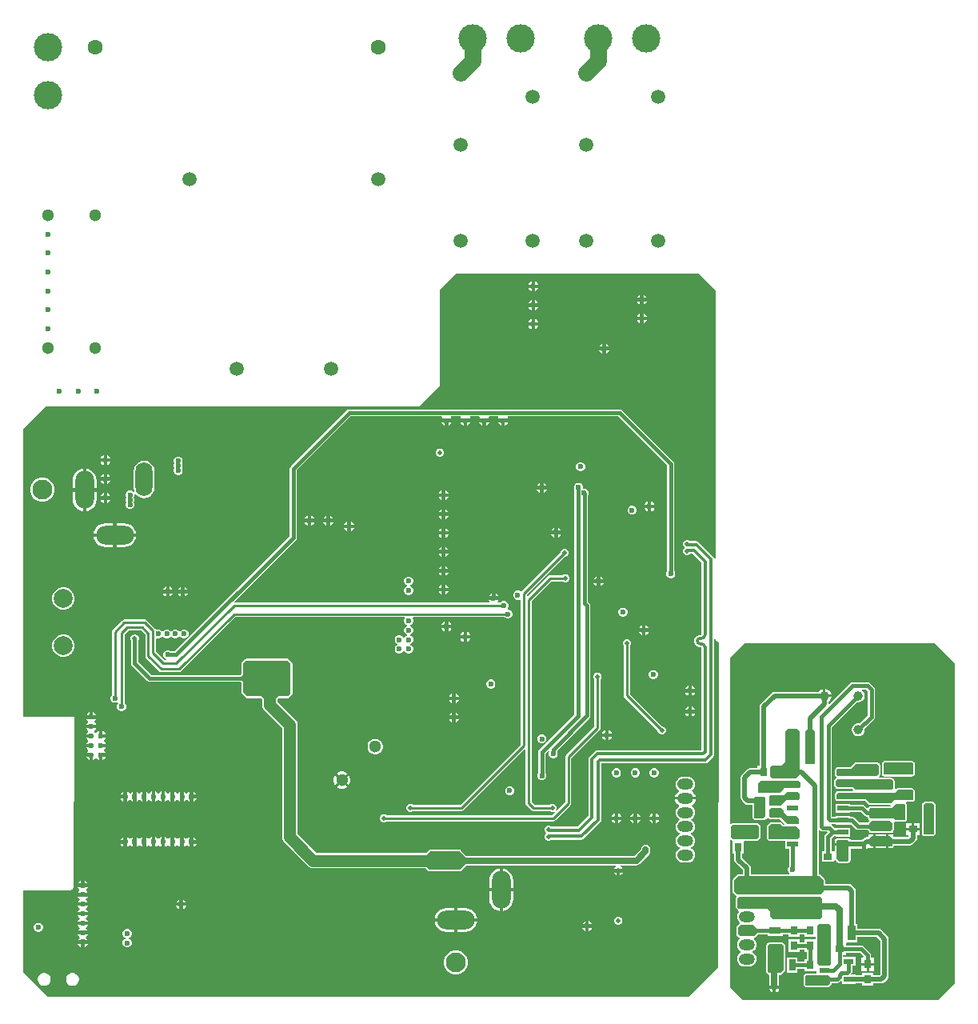
<source format=gbl>
%TF.GenerationSoftware,Altium Limited,Altium Designer,25.2.1 (25)*%
G04 Layer_Physical_Order=4*
G04 Layer_Color=16711680*
%FSLAX25Y25*%
%MOIN*%
%TF.SameCoordinates,F6C81A79-D505-4479-B840-BDF532C21910*%
%TF.FilePolarity,Positive*%
%TF.FileFunction,Copper,L4,Bot,Signal*%
%TF.Part,Single*%
G01*
G75*
%TA.AperFunction,SMDPad,CuDef*%
%ADD10R,0.02756X0.05118*%
%ADD14R,0.05118X0.02756*%
%ADD15R,0.03800X0.03100*%
%ADD18R,0.03100X0.03800*%
%ADD21R,0.04331X0.04921*%
%ADD44R,0.03543X0.06299*%
%TA.AperFunction,Conductor*%
%ADD45C,0.01500*%
%ADD46C,0.02500*%
%ADD47C,0.01100*%
%ADD48C,0.01470*%
%ADD51C,0.02000*%
%ADD54C,0.07000*%
%TA.AperFunction,ComponentPad*%
%ADD56C,0.03937*%
%ADD57C,0.08268*%
%ADD58O,0.07874X0.15748*%
%ADD59O,0.15748X0.07874*%
%ADD60O,0.07087X0.14173*%
%ADD61C,0.05906*%
%ADD62O,0.06693X0.04724*%
%ADD63C,0.05118*%
%ADD64O,0.14173X0.07087*%
%ADD65C,0.11811*%
%ADD66C,0.07874*%
%ADD67C,0.06299*%
%TA.AperFunction,ViaPad*%
%ADD68C,0.01968*%
%ADD69C,0.02362*%
%TA.AperFunction,SMDPad,CuDef*%
%ADD105R,0.06299X0.03543*%
%ADD106R,0.04646X0.02284*%
%ADD107R,0.04331X0.02362*%
%TA.AperFunction,Conductor*%
%ADD108C,0.05000*%
G36*
X294052Y298463D02*
Y186905D01*
X293552Y186855D01*
X293478Y187230D01*
X293161Y187704D01*
X293160Y187704D01*
X287060Y193805D01*
X286585Y194122D01*
X286026Y194233D01*
X286026Y194233D01*
X283452D01*
X283238Y194448D01*
X282618Y194704D01*
X281948D01*
X281329Y194448D01*
X280856Y193974D01*
X280599Y193355D01*
Y192685D01*
X280856Y192066D01*
X281059Y191862D01*
X281290Y191535D01*
X281059Y191209D01*
X280856Y191005D01*
X280599Y190386D01*
Y189716D01*
X280856Y189097D01*
X281329Y188623D01*
X281948Y188367D01*
X282618D01*
X283238Y188623D01*
X283452Y188838D01*
X284397D01*
X288193Y185041D01*
Y182377D01*
Y159391D01*
Y155670D01*
X288187Y155173D01*
X288175Y155168D01*
X288170Y155157D01*
X287673Y155150D01*
X287668D01*
X287579Y155132D01*
X286997Y155056D01*
X286372Y154797D01*
X285835Y154385D01*
X285423Y153848D01*
X285164Y153223D01*
X285076Y152552D01*
X285164Y151881D01*
X285423Y151256D01*
X285835Y150719D01*
X286372Y150307D01*
X286997Y150048D01*
X287579Y149972D01*
X287668Y149954D01*
X287673D01*
X287696Y149954D01*
X288171Y149932D01*
X288193Y149457D01*
X288193Y149434D01*
Y149213D01*
Y107086D01*
X288189Y107082D01*
X244827D01*
X244268Y106971D01*
X243793Y106654D01*
X243793Y106654D01*
X241485Y104346D01*
X241168Y103872D01*
X241057Y103312D01*
X241057Y103312D01*
Y79689D01*
X236560Y75192D01*
X225578D01*
X225363Y75407D01*
X224745Y75663D01*
X224074D01*
X223455Y75407D01*
X222982Y74933D01*
X222725Y74314D01*
Y73644D01*
X222982Y73025D01*
X223185Y72821D01*
X223416Y72495D01*
X223185Y72168D01*
X222982Y71965D01*
X222725Y71346D01*
Y70675D01*
X222982Y70056D01*
X223455Y69583D01*
X224074Y69326D01*
X224745D01*
X225363Y69583D01*
X225578Y69797D01*
X238189D01*
X238189Y69797D01*
X238749Y69908D01*
X239224Y70225D01*
X246024Y77026D01*
X246024Y77026D01*
X246341Y77500D01*
X246452Y78060D01*
Y101683D01*
X246456Y101687D01*
X289818D01*
X289818Y101687D01*
X290378Y101798D01*
X290853Y102115D01*
X293160Y104423D01*
X293161Y104423D01*
X293478Y104897D01*
X293589Y105457D01*
Y153309D01*
X294089Y153358D01*
X294145Y153075D01*
X294410Y152678D01*
X294807Y152413D01*
X295276Y152320D01*
X295460Y152135D01*
X295276Y17323D01*
Y16535D01*
X283071Y4331D01*
X15748D01*
X5512Y14567D01*
Y48767D01*
X25157D01*
X25584Y48852D01*
X25946Y49093D01*
X26188Y49455D01*
X26202Y49529D01*
X26573Y49526D01*
X26664Y120979D01*
X5512Y120979D01*
Y240945D01*
X14961Y250394D01*
X170472D01*
X179134Y259055D01*
Y298819D01*
X185827Y305512D01*
X287013D01*
X294052Y298463D01*
D02*
G37*
G36*
X393701Y143307D02*
Y29528D01*
Y9843D01*
X387008Y3150D01*
X305118D01*
X300000Y8268D01*
Y69597D01*
X300462Y69789D01*
X300676Y69574D01*
X300908Y69419D01*
X300911Y69419D01*
X301226Y69184D01*
X301293Y68916D01*
Y63935D01*
X301810D01*
Y61417D01*
X301942Y60754D01*
X302318Y60192D01*
X305353Y57156D01*
Y55438D01*
X303543D01*
X303270Y55384D01*
X303039Y55229D01*
X301464Y53654D01*
X301309Y53423D01*
X301255Y53150D01*
Y48031D01*
X301309Y47758D01*
X301464Y47527D01*
X302574Y46417D01*
X302645Y46213D01*
Y45780D01*
X302490Y45549D01*
X302436Y45276D01*
Y41732D01*
X302490Y41459D01*
X302645Y41228D01*
X303432Y40440D01*
X303590Y40335D01*
X303602Y40322D01*
X303700Y40064D01*
X303749Y39759D01*
X303428Y39340D01*
X303119Y38595D01*
X303014Y37795D01*
X303119Y36996D01*
X303428Y36251D01*
X303918Y35611D01*
X304144Y35438D01*
X304058Y34915D01*
X304032Y34894D01*
X303826Y34757D01*
X303039Y33969D01*
X302884Y33738D01*
X302830Y33465D01*
Y30315D01*
X302884Y30042D01*
X303039Y29810D01*
X303826Y29023D01*
X304032Y28885D01*
X304058Y28865D01*
X304144Y28341D01*
X303918Y28168D01*
X303428Y27529D01*
X303119Y26784D01*
X303014Y25984D01*
X303119Y25185D01*
X303428Y24440D01*
X303918Y23800D01*
X304558Y23309D01*
X304626Y23281D01*
Y22782D01*
X304558Y22754D01*
X303918Y22263D01*
X303428Y21623D01*
X303119Y20878D01*
X303014Y20079D01*
X303119Y19279D01*
X303428Y18534D01*
X303918Y17895D01*
X304558Y17404D01*
X305303Y17095D01*
X306102Y16990D01*
X308071D01*
X308870Y17095D01*
X309615Y17404D01*
X310255Y17895D01*
X310746Y18534D01*
X311054Y19279D01*
X311159Y20079D01*
X311054Y20878D01*
X310746Y21623D01*
X310255Y22263D01*
X309615Y22754D01*
X309548Y22782D01*
Y23281D01*
X309615Y23309D01*
X310255Y23800D01*
X310746Y24440D01*
X311054Y25185D01*
X311159Y25984D01*
X311054Y26784D01*
X310746Y27529D01*
X310255Y28168D01*
X310065Y28314D01*
X310235Y28814D01*
X310236D01*
X310286Y28824D01*
X310337Y28821D01*
X310422Y28851D01*
X310509Y28868D01*
X310552Y28896D01*
X310600Y28913D01*
X310666Y28973D01*
X310741Y29023D01*
X310769Y29065D01*
X310807Y29099D01*
X311791Y30411D01*
X315639D01*
Y29812D01*
X322157D01*
Y30411D01*
X324522D01*
Y29290D01*
X329022D01*
Y30411D01*
X331215D01*
Y29290D01*
X335715D01*
X335900Y28867D01*
Y28613D01*
X335715Y28190D01*
X335401Y28190D01*
X331215D01*
Y27068D01*
X329022D01*
Y28190D01*
X324522D01*
Y22990D01*
X329022D01*
Y24111D01*
X331215D01*
Y22990D01*
X331986D01*
Y20120D01*
X331215D01*
Y18998D01*
X328062D01*
Y20779D01*
X323906D01*
Y14261D01*
X328062D01*
Y16041D01*
X331215D01*
Y14920D01*
X335705D01*
X335715Y14920D01*
X336205Y14896D01*
Y14099D01*
X331890D01*
X331617Y14045D01*
X331385Y13891D01*
X331314Y13820D01*
X331215D01*
Y13720D01*
X330991Y13497D01*
X330837Y13265D01*
X330782Y12992D01*
Y9449D01*
X330837Y9176D01*
X330991Y8944D01*
X331215Y8721D01*
Y8620D01*
X331316D01*
X331385Y8550D01*
X331617Y8396D01*
X331890Y8341D01*
X340945D01*
X341218Y8396D01*
X341449Y8550D01*
X342237Y9338D01*
X342392Y9569D01*
X342446Y9843D01*
Y10136D01*
X344791D01*
X345356Y10248D01*
X345836Y10569D01*
X346241Y10974D01*
X346741Y10767D01*
Y9733D01*
X352472D01*
Y9881D01*
X355230D01*
Y9014D01*
X359730D01*
Y9881D01*
X363189D01*
X363852Y10013D01*
X364415Y10389D01*
X365793Y11767D01*
X366168Y12329D01*
X366300Y12992D01*
Y28346D01*
X366168Y29010D01*
X365793Y29572D01*
X363233Y32131D01*
X362671Y32507D01*
X362008Y32639D01*
X353259D01*
Y34755D01*
X352521D01*
Y48425D01*
X352389Y49088D01*
X352013Y49651D01*
X350832Y50832D01*
X350270Y51208D01*
X349606Y51340D01*
X339690D01*
Y53150D01*
X339636Y53423D01*
X339481Y53654D01*
X337906Y55229D01*
X337675Y55384D01*
X337402Y55438D01*
X337166D01*
Y73668D01*
X337628Y73859D01*
X337729Y73758D01*
X338209Y73437D01*
X338775Y73325D01*
X340606D01*
X340877Y72889D01*
X339899Y71911D01*
X339579Y71431D01*
X339466Y70866D01*
Y65045D01*
X338345D01*
Y60545D01*
X343545D01*
Y61036D01*
X343982Y61214D01*
X344344Y60888D01*
Y60245D01*
X345045D01*
X345165Y60125D01*
X345396Y59970D01*
X345669Y59916D01*
X348819D01*
X349092Y59970D01*
X349324Y60125D01*
X349444Y60245D01*
X350145D01*
Y60963D01*
X350266Y61144D01*
X350320Y61417D01*
Y65732D01*
X350410D01*
Y66141D01*
X354615D01*
X354731Y66025D01*
X355217Y65824D01*
Y67874D01*
X356716D01*
Y65824D01*
X357202Y66025D01*
X357226Y66049D01*
X357686Y66194D01*
Y66194D01*
X357686Y66194D01*
X359736D01*
Y66929D01*
X359055D01*
X358268Y67716D01*
Y70472D01*
X359055Y71260D01*
X359736D01*
Y71994D01*
X357686D01*
Y70862D01*
X357663Y70827D01*
X357186D01*
X356523Y70695D01*
X355961Y70319D01*
X355696Y70055D01*
X355533D01*
X354731Y69723D01*
X354615Y69607D01*
X350410D01*
Y70016D01*
X349891D01*
X349717Y70190D01*
X349486Y70344D01*
X349213Y70399D01*
X344882D01*
X344609Y70344D01*
X344377Y70190D01*
X344203Y70016D01*
X343764D01*
Y68374D01*
X344488D01*
Y69291D01*
X344882Y69685D01*
X349213D01*
X349606Y69291D01*
Y61417D01*
X348819Y60630D01*
X345669D01*
X344488Y61811D01*
Y67374D01*
X343764D01*
Y65732D01*
X343764Y65732D01*
X343764D01*
X343672Y65270D01*
X343545Y65045D01*
X343274Y65045D01*
X342423D01*
Y70253D01*
X343564Y71394D01*
X344064Y71392D01*
Y71032D01*
X350110D01*
Y74716D01*
X344064D01*
Y74716D01*
X343564Y74665D01*
X342380Y75849D01*
X342310Y75896D01*
X342461Y76396D01*
X344064D01*
Y76032D01*
X350109D01*
Y76032D01*
X350609Y76083D01*
X352344Y74348D01*
X352824Y74028D01*
X353390Y73915D01*
X357574D01*
X357608Y73743D01*
X357763Y73511D01*
X357986Y73288D01*
Y72794D01*
X358480D01*
X358550Y72724D01*
X358782Y72569D01*
X359055Y72515D01*
X366929D01*
X367202Y72569D01*
X367434Y72724D01*
X367505Y72795D01*
X367998D01*
Y73288D01*
X368221Y73511D01*
X368376Y73743D01*
X368430Y74016D01*
Y76772D01*
X368377Y77038D01*
X368413Y77090D01*
X368427Y77107D01*
X368787Y77448D01*
X369018Y77293D01*
X369291Y77239D01*
X372835D01*
X373108Y77293D01*
X373339Y77448D01*
X373341Y77450D01*
X373535D01*
Y77643D01*
X373733Y77842D01*
X373888Y78073D01*
X373942Y78346D01*
Y84252D01*
X373888Y84525D01*
X373733Y84757D01*
X373535Y84955D01*
X373535Y85149D01*
X373878Y85507D01*
X375984D01*
X376257Y85561D01*
X376489Y85716D01*
X376883Y86110D01*
X377037Y86341D01*
X377092Y86614D01*
Y90158D01*
X377037Y90431D01*
X376883Y90662D01*
X376489Y91056D01*
X376257Y91211D01*
X375984Y91265D01*
X370079D01*
X369806Y91211D01*
X369574Y91056D01*
X369232Y91081D01*
X368824Y91339D01*
Y94095D01*
X368770Y94368D01*
X368615Y94599D01*
X367998Y95216D01*
Y95316D01*
X367898D01*
X367828Y95387D01*
X367596Y95541D01*
X367323Y95596D01*
X362269D01*
X362088Y96040D01*
X362398Y96416D01*
X362486D01*
Y96516D01*
X362709Y96739D01*
X362864Y96971D01*
X362918Y97244D01*
Y100394D01*
X362864Y100667D01*
X362709Y100898D01*
X362486Y101121D01*
Y101617D01*
X361991D01*
X361922Y101686D01*
X361690Y101840D01*
X361417Y101895D01*
X352362D01*
X352089Y101840D01*
X351857Y101686D01*
X351788Y101617D01*
X351687D01*
Y101515D01*
X350098Y99926D01*
X344882D01*
X344609Y99872D01*
X344377Y99717D01*
X344376Y99716D01*
X344064D01*
Y99404D01*
X343984Y99324D01*
X343829Y99092D01*
X343775Y98819D01*
Y96850D01*
X343829Y96577D01*
X343984Y96346D01*
X344064Y96265D01*
Y96032D01*
X344297D01*
X344377Y95952D01*
Y95387D01*
X343590Y94599D01*
X343435Y94368D01*
X343381Y94095D01*
Y92520D01*
X343435Y92247D01*
X343590Y92015D01*
X344064Y91541D01*
Y91032D01*
X344813D01*
X344882Y91019D01*
X350886D01*
X351320Y90584D01*
X351113Y90084D01*
X345045D01*
X344772Y90030D01*
X344541Y89875D01*
X344382Y89716D01*
X344064D01*
Y89398D01*
X343984Y89318D01*
X343984Y89318D01*
X343829Y89086D01*
X343775Y88813D01*
Y87008D01*
X343829Y86735D01*
X343984Y86503D01*
X344064Y86423D01*
Y86032D01*
X344493D01*
X344609Y85955D01*
X344882Y85900D01*
X356397D01*
X357763Y84535D01*
X357995Y84380D01*
X358268Y84326D01*
X366771D01*
X366847Y84260D01*
X367021Y83826D01*
X366978Y83785D01*
X358661Y83785D01*
X358388Y83730D01*
X358157Y83575D01*
X358086Y83505D01*
X357986D01*
Y83405D01*
X357741Y83160D01*
X357736Y83153D01*
X357166Y83048D01*
X357120Y83062D01*
X356262Y83919D01*
X355783Y84240D01*
X355217Y84352D01*
X350110D01*
Y84716D01*
X344064D01*
Y81032D01*
X350110D01*
Y81396D01*
X354605D01*
X356141Y79859D01*
X356620Y79539D01*
X357186Y79426D01*
X357532D01*
Y79156D01*
X357587Y78883D01*
X357741Y78651D01*
X357924Y78468D01*
X357986Y77994D01*
X357986Y77994D01*
Y77500D01*
X357763Y77276D01*
X357608Y77045D01*
X357574Y76872D01*
X354002D01*
X351955Y78919D01*
X351475Y79240D01*
X350909Y79352D01*
X350110D01*
Y79716D01*
X344064D01*
Y79352D01*
X342515D01*
X342502Y79365D01*
Y116577D01*
X352998Y127073D01*
X353176Y127025D01*
X353879D01*
X354558Y127207D01*
X355166Y127558D01*
X355663Y128055D01*
X356014Y128663D01*
X356196Y129342D01*
Y130045D01*
X356014Y130723D01*
X355663Y131332D01*
X355166Y131829D01*
X355078Y131880D01*
X355211Y132380D01*
X356868D01*
X357577Y131671D01*
Y121691D01*
X354058Y118172D01*
X353879Y118220D01*
X353176D01*
X352498Y118038D01*
X351889Y117686D01*
X351392Y117190D01*
X351041Y116581D01*
X350859Y115902D01*
Y115200D01*
X351041Y114521D01*
X351392Y113913D01*
X351889Y113416D01*
X352498Y113065D01*
X353176Y112883D01*
X353879D01*
X354558Y113065D01*
X355166Y113416D01*
X355663Y113913D01*
X356014Y114521D01*
X356196Y115200D01*
Y115902D01*
X356148Y116081D01*
X360101Y120033D01*
X360421Y120513D01*
X360533Y121079D01*
Y132283D01*
X360421Y132849D01*
X360101Y133329D01*
X358526Y134904D01*
X358046Y135224D01*
X357480Y135337D01*
X351181D01*
X350615Y135224D01*
X350136Y134904D01*
X341614Y126382D01*
X341119Y126594D01*
Y127266D01*
X341208Y127318D01*
X341761Y127871D01*
X342152Y128548D01*
X342325Y129193D01*
X339386D01*
Y129693D01*
X338886D01*
Y132633D01*
X338240Y132459D01*
X337563Y132069D01*
X337010Y131516D01*
X336959Y131427D01*
X318670D01*
X318006Y131295D01*
X317444Y130919D01*
X312948Y126423D01*
X312572Y125860D01*
X312440Y125197D01*
Y100735D01*
X311623D01*
Y99568D01*
X308465D01*
X307802Y99436D01*
X307239Y99061D01*
X305074Y96895D01*
X304698Y96333D01*
X304566Y95669D01*
Y87195D01*
X304698Y86532D01*
X305074Y85970D01*
X306245Y84798D01*
X306807Y84422D01*
X307471Y84290D01*
X309523D01*
Y79134D01*
X309577Y78861D01*
X309698Y78679D01*
Y78355D01*
X310005D01*
X310125Y78236D01*
X310357Y78081D01*
X310630Y78026D01*
X314173D01*
X314446Y78081D01*
X314678Y78236D01*
X314798Y78355D01*
X315498D01*
Y78716D01*
X315895Y78991D01*
X316298Y78714D01*
Y78655D01*
X316398D01*
X316424Y78629D01*
X316656Y78474D01*
X316929Y78420D01*
X320964D01*
X322942Y76442D01*
X322768Y75996D01*
X322319Y75934D01*
X321371Y76883D01*
X321139Y77037D01*
X320866Y77092D01*
X317323D01*
X317050Y77037D01*
X316818Y76883D01*
X316128Y76192D01*
X316032D01*
Y76097D01*
X315637Y75701D01*
X315482Y75470D01*
X315428Y75197D01*
Y70472D01*
X315482Y70199D01*
X315637Y69968D01*
X316031Y69574D01*
X316262Y69419D01*
X316535Y69365D01*
X323119D01*
Y66032D01*
X324663D01*
Y58505D01*
X324547Y58388D01*
X324261Y57697D01*
Y56949D01*
X324547Y56257D01*
X324866Y55938D01*
X324659Y55438D01*
X308820D01*
Y57874D01*
X308688Y58537D01*
X308312Y59100D01*
X305277Y62135D01*
Y63935D01*
X305793D01*
Y68865D01*
X305793Y69135D01*
X306198Y69365D01*
X311417D01*
X311690Y69419D01*
X311922Y69574D01*
X312709Y70362D01*
X312864Y70593D01*
X312918Y70866D01*
Y75197D01*
X312864Y75470D01*
X312709Y75701D01*
X311922Y76489D01*
X311690Y76644D01*
X311417Y76698D01*
X301181D01*
X300908Y76644D01*
X300676Y76489D01*
X300462Y76274D01*
X300000Y76466D01*
Y145276D01*
X306299Y151575D01*
X385433D01*
X393701Y143307D01*
D02*
G37*
G36*
X335433Y114961D02*
Y101575D01*
X335039Y101181D01*
X331890D01*
X331496Y101575D01*
Y114961D01*
X332677Y116142D01*
X334252D01*
X335433Y114961D01*
D02*
G37*
G36*
X362205Y100394D02*
Y97244D01*
X361417Y96457D01*
X344882D01*
X344488Y96850D01*
Y98819D01*
X344882Y99213D01*
X350394D01*
X352362Y101181D01*
X361417D01*
X362205Y100394D01*
D02*
G37*
G36*
X329134Y114961D02*
Y96850D01*
X327559Y95276D01*
X317717D01*
X316929Y96063D01*
Y100000D01*
X317717Y100787D01*
X321654D01*
X323228Y102362D01*
Y114961D01*
X324410Y116142D01*
X327953D01*
X329134Y114961D01*
D02*
G37*
G36*
X368110Y94095D02*
Y91339D01*
X367323Y90551D01*
X352362D01*
X351181Y91732D01*
X344882D01*
X344094Y92520D01*
Y94095D01*
X344882Y94882D01*
X367323D01*
X368110Y94095D01*
D02*
G37*
G36*
X329528Y93701D02*
Y92126D01*
X328740Y91339D01*
X322441D01*
Y90945D01*
X320866Y89370D01*
X312205D01*
X311811Y89764D01*
Y93307D01*
X312992Y94488D01*
X328740D01*
X329528Y93701D01*
D02*
G37*
G36*
X376378Y90158D02*
Y86614D01*
X375984Y86221D01*
X368504D01*
X367323Y85039D01*
X358268D01*
X356693Y86614D01*
X344882D01*
X344488Y87008D01*
Y88813D01*
X345045Y89370D01*
X368898D01*
X370079Y90551D01*
X375984D01*
X376378Y90158D01*
D02*
G37*
G36*
X329134Y88976D02*
Y87008D01*
X328346Y86221D01*
X323622D01*
X321260Y83858D01*
X316929D01*
X316535Y84252D01*
Y87795D01*
X316929Y88189D01*
X322441D01*
X324016Y89764D01*
X328346D01*
X329134Y88976D01*
D02*
G37*
G36*
X314961Y87402D02*
Y79528D01*
X314173Y78740D01*
X310630D01*
X310236Y79134D01*
Y87402D01*
X310630Y87795D01*
X314567D01*
X314961Y87402D01*
D02*
G37*
G36*
X373228Y84252D02*
Y78347D01*
X372835Y77953D01*
X369291D01*
X368504Y78740D01*
X358661Y78740D01*
X358246Y79156D01*
X358246Y82655D01*
X358661Y83071D01*
X367717Y83071D01*
X369291Y84646D01*
X372835D01*
X373228Y84252D01*
D02*
G37*
G36*
X322441Y81890D02*
Y81102D01*
X324016Y79527D01*
X327953Y79528D01*
X328740Y78740D01*
Y76772D01*
X328346Y76378D01*
X324016D01*
X321260Y79134D01*
X316929D01*
X316535Y79528D01*
Y82284D01*
X317323Y83071D01*
X321260D01*
X322441Y81890D01*
D02*
G37*
G36*
X366929Y77559D02*
X367717Y76772D01*
Y74016D01*
X366929Y73228D01*
X359055D01*
X358268Y74016D01*
Y76772D01*
X359055Y77559D01*
X366929Y77559D01*
D02*
G37*
G36*
X322047Y75197D02*
X327953D01*
X329134Y74016D01*
Y70866D01*
X328346Y70079D01*
X316535D01*
X316142Y70472D01*
Y75197D01*
X317323Y76378D01*
X320866D01*
X322047Y75197D01*
D02*
G37*
G36*
X312205D02*
Y70866D01*
X311417Y70079D01*
X301181D01*
X300394Y70866D01*
Y75197D01*
X301181Y75984D01*
X311417D01*
X312205Y75197D01*
D02*
G37*
G36*
X338976Y53150D02*
X338976Y48031D01*
X337795Y46850D01*
X303150D01*
X301969Y48031D01*
Y53150D01*
X303543Y54724D01*
X337402D01*
X338976Y53150D01*
D02*
G37*
G36*
X338583Y45276D02*
Y37795D01*
X337402Y36614D01*
X318111Y36614D01*
X316930Y37795D01*
X316929Y39764D01*
X315748Y40945D01*
X303937D01*
X303150Y41732D01*
Y45276D01*
X303937Y46063D01*
X337795D01*
X338583Y45276D01*
D02*
G37*
G36*
X309842Y34252D02*
X311417Y32677D01*
Y31102D01*
X310236Y29528D01*
X304331D01*
X303543Y30315D01*
Y33465D01*
X304331Y34252D01*
X309842Y34252D01*
D02*
G37*
G36*
X362834Y27628D02*
Y13710D01*
X362471Y13348D01*
X359730D01*
Y14214D01*
X355230D01*
Y13348D01*
X352472D01*
Y13495D01*
X350722D01*
X350530Y13957D01*
X350652Y14079D01*
X350972Y14558D01*
X351085Y15124D01*
Y17213D01*
X352472D01*
Y20976D01*
X347148D01*
Y21663D01*
X348570D01*
Y22734D01*
X354309D01*
X355729Y21314D01*
X355522Y20814D01*
X354930D01*
Y18414D01*
X357480D01*
X360030D01*
Y20814D01*
X358959D01*
Y21654D01*
X358846Y22219D01*
X358526Y22699D01*
X355967Y25258D01*
X355487Y25578D01*
X354921Y25691D01*
X348570D01*
Y26661D01*
X348570Y26763D01*
X348949Y27056D01*
X353259D01*
Y29172D01*
X361290D01*
X362834Y27628D01*
D02*
G37*
G36*
X341339Y34646D02*
X342126Y33858D01*
Y18110D01*
X341339Y17323D01*
X337402D01*
X336614Y18110D01*
Y33858D01*
X337402Y34646D01*
X341339Y34646D01*
D02*
G37*
G36*
X341732Y12598D02*
Y9843D01*
X340945Y9055D01*
X331890D01*
X331496Y9449D01*
Y12992D01*
X331890Y13386D01*
X340945D01*
X341732Y12598D01*
D02*
G37*
%LPC*%
G36*
X218860Y302444D02*
Y301144D01*
X220160D01*
X219959Y301629D01*
X219346Y302243D01*
X218860Y302444D01*
D02*
G37*
G36*
X217360D02*
X216875Y302243D01*
X216261Y301629D01*
X216060Y301144D01*
X217360D01*
Y302444D01*
D02*
G37*
G36*
X220160Y299644D02*
X218860D01*
Y298344D01*
X219346Y298545D01*
X219959Y299158D01*
X220160Y299644D01*
D02*
G37*
G36*
X217360D02*
X216060D01*
X216261Y299158D01*
X216875Y298545D01*
X217360Y298344D01*
Y299644D01*
D02*
G37*
G36*
X264136Y296932D02*
Y295632D01*
X265436D01*
X265235Y296117D01*
X264621Y296731D01*
X264136Y296932D01*
D02*
G37*
G36*
X262636D02*
X262150Y296731D01*
X261537Y296117D01*
X261336Y295632D01*
X262636D01*
Y296932D01*
D02*
G37*
G36*
X218860Y294570D02*
Y293270D01*
X220160D01*
X219959Y293755D01*
X219346Y294369D01*
X218860Y294570D01*
D02*
G37*
G36*
X217360D02*
X216875Y294369D01*
X216261Y293755D01*
X216060Y293270D01*
X217360D01*
Y294570D01*
D02*
G37*
G36*
X265436Y294132D02*
X264136D01*
Y292832D01*
X264621Y293033D01*
X265235Y293646D01*
X265436Y294132D01*
D02*
G37*
G36*
X262636D02*
X261336D01*
X261537Y293646D01*
X262150Y293033D01*
X262636Y292832D01*
Y294132D01*
D02*
G37*
G36*
X220160Y291770D02*
X218860D01*
Y290470D01*
X219346Y290671D01*
X219959Y291284D01*
X220160Y291770D01*
D02*
G37*
G36*
X217360D02*
X216060D01*
X216261Y291284D01*
X216875Y290671D01*
X217360Y290470D01*
Y291770D01*
D02*
G37*
G36*
X264136Y289058D02*
Y287758D01*
X265436D01*
X265235Y288243D01*
X264621Y288857D01*
X264136Y289058D01*
D02*
G37*
G36*
X262636D02*
X262150Y288857D01*
X261537Y288243D01*
X261336Y287758D01*
X262636D01*
Y289058D01*
D02*
G37*
G36*
X218860Y286696D02*
Y285396D01*
X220160D01*
X219959Y285881D01*
X219346Y286495D01*
X218860Y286696D01*
D02*
G37*
G36*
X217360D02*
X216875Y286495D01*
X216261Y285881D01*
X216060Y285396D01*
X217360D01*
Y286696D01*
D02*
G37*
G36*
X265436Y286258D02*
X264136D01*
Y284958D01*
X264621Y285159D01*
X265235Y285772D01*
X265436Y286258D01*
D02*
G37*
G36*
X262636D02*
X261336D01*
X261537Y285772D01*
X262150Y285159D01*
X262636Y284958D01*
Y286258D01*
D02*
G37*
G36*
X220160Y283896D02*
X218860D01*
Y282595D01*
X219346Y282797D01*
X219959Y283410D01*
X220160Y283896D01*
D02*
G37*
G36*
X217360D02*
X216060D01*
X216261Y283410D01*
X216875Y282797D01*
X217360Y282595D01*
Y283896D01*
D02*
G37*
G36*
X248388Y276460D02*
Y275160D01*
X249688D01*
X249487Y275645D01*
X248873Y276258D01*
X248388Y276460D01*
D02*
G37*
G36*
X246888D02*
X246402Y276258D01*
X245789Y275645D01*
X245588Y275160D01*
X246888D01*
Y276460D01*
D02*
G37*
G36*
X249688Y273659D02*
X248388D01*
Y272359D01*
X248873Y272560D01*
X249487Y273174D01*
X249688Y273659D01*
D02*
G37*
G36*
X246888D02*
X245588D01*
X245789Y273174D01*
X246402Y272560D01*
X246888Y272359D01*
Y273659D01*
D02*
G37*
G36*
X207562Y243738D02*
X206262D01*
Y242438D01*
X206747Y242639D01*
X207361Y243253D01*
X207562Y243738D01*
D02*
G37*
G36*
X204762D02*
X203462D01*
X203663Y243253D01*
X204276Y242639D01*
X204762Y242438D01*
Y243738D01*
D02*
G37*
G36*
X199688D02*
X198388D01*
Y242438D01*
X198873Y242639D01*
X199487Y243253D01*
X199688Y243738D01*
D02*
G37*
G36*
X196888D02*
X195588D01*
X195789Y243253D01*
X196402Y242639D01*
X196888Y242438D01*
Y243738D01*
D02*
G37*
G36*
X191814D02*
X190514D01*
Y242438D01*
X190999Y242639D01*
X191613Y243253D01*
X191814Y243738D01*
D02*
G37*
G36*
X189014D02*
X187714D01*
X187915Y243253D01*
X188528Y242639D01*
X189014Y242438D01*
Y243738D01*
D02*
G37*
G36*
X183940D02*
X182640D01*
Y242438D01*
X183125Y242639D01*
X183739Y243253D01*
X183940Y243738D01*
D02*
G37*
G36*
X181140D02*
X179840D01*
X180041Y243253D01*
X180654Y242639D01*
X181140Y242438D01*
Y243738D01*
D02*
G37*
G36*
X179469Y232787D02*
X178799D01*
X178180Y232530D01*
X177706Y232056D01*
X177450Y231437D01*
Y230767D01*
X177706Y230148D01*
X178180Y229675D01*
X178799Y229418D01*
X179469D01*
X180088Y229675D01*
X180562Y230148D01*
X180818Y230767D01*
Y231437D01*
X180562Y232056D01*
X180088Y232530D01*
X179469Y232787D01*
D02*
G37*
G36*
X40514Y230003D02*
Y228703D01*
X41814D01*
X41613Y229188D01*
X40999Y229802D01*
X40514Y230003D01*
D02*
G37*
G36*
X39014D02*
X38528Y229802D01*
X37915Y229188D01*
X37714Y228703D01*
X39014D01*
Y230003D01*
D02*
G37*
G36*
X41814Y227203D02*
X40514D01*
Y225903D01*
X40999Y226104D01*
X41613Y226717D01*
X41814Y227203D01*
D02*
G37*
G36*
X39014D02*
X37714D01*
X37915Y226717D01*
X38528Y226104D01*
X39014Y225903D01*
Y227203D01*
D02*
G37*
G36*
X238170Y227078D02*
X237421D01*
X236730Y226792D01*
X236201Y226262D01*
X235914Y225571D01*
Y224823D01*
X236201Y224131D01*
X236730Y223602D01*
X237421Y223316D01*
X238170D01*
X238861Y223602D01*
X239390Y224131D01*
X239676Y224823D01*
Y225571D01*
X239390Y226262D01*
X238861Y226792D01*
X238170Y227078D01*
D02*
G37*
G36*
X70453Y229440D02*
X69705D01*
X69013Y229154D01*
X68484Y228625D01*
X68198Y227933D01*
Y227185D01*
X68450Y226575D01*
X68198Y225965D01*
Y225216D01*
X68450Y224606D01*
X68198Y223996D01*
Y223248D01*
X68484Y222556D01*
X69013Y222027D01*
X69705Y221741D01*
X70453D01*
X71144Y222027D01*
X71674Y222556D01*
X71960Y223248D01*
Y223996D01*
X71707Y224606D01*
X71960Y225216D01*
Y225965D01*
X71707Y226575D01*
X71960Y227185D01*
Y227933D01*
X71674Y228625D01*
X71144Y229154D01*
X70453Y229440D01*
D02*
G37*
G36*
X40514Y222129D02*
Y220829D01*
X41814D01*
X41613Y221314D01*
X40999Y221928D01*
X40514Y222129D01*
D02*
G37*
G36*
X39014D02*
X38528Y221928D01*
X37915Y221314D01*
X37714Y220829D01*
X39014D01*
Y222129D01*
D02*
G37*
G36*
X41814Y219329D02*
X40514D01*
Y218029D01*
X40999Y218230D01*
X41613Y218843D01*
X41814Y219329D01*
D02*
G37*
G36*
X39014D02*
X37714D01*
X37915Y218843D01*
X38528Y218230D01*
X39014Y218029D01*
Y219329D01*
D02*
G37*
G36*
X222404Y218586D02*
Y217285D01*
X223704D01*
X223503Y217771D01*
X222889Y218385D01*
X222404Y218586D01*
D02*
G37*
G36*
X220903D02*
X220418Y218385D01*
X219805Y217771D01*
X219603Y217285D01*
X220903D01*
Y218586D01*
D02*
G37*
G36*
X31852Y224369D02*
Y216301D01*
X36082D01*
Y219488D01*
X35912Y220777D01*
X35415Y221978D01*
X34624Y223009D01*
X33592Y223801D01*
X32391Y224298D01*
X31852Y224369D01*
D02*
G37*
G36*
X30352D02*
X29814Y224298D01*
X28613Y223801D01*
X27581Y223009D01*
X26790Y221978D01*
X26292Y220777D01*
X26123Y219488D01*
Y216301D01*
X30352D01*
Y224369D01*
D02*
G37*
G36*
X55905Y227705D02*
X54798Y227559D01*
X53765Y227132D01*
X52879Y226451D01*
X52199Y225565D01*
X51771Y224533D01*
X51626Y223425D01*
Y216339D01*
X51771Y215231D01*
X51947Y214806D01*
X51524Y214523D01*
X51066Y214981D01*
X50374Y215267D01*
X49626D01*
X48934Y214981D01*
X48405Y214451D01*
X48119Y213760D01*
Y213012D01*
X48372Y212402D01*
X48119Y211791D01*
Y211043D01*
X48372Y210433D01*
X48119Y209823D01*
Y209075D01*
X48405Y208383D01*
X48934Y207854D01*
X49626Y207568D01*
X50374D01*
X51066Y207854D01*
X51595Y208383D01*
X51881Y209075D01*
Y209823D01*
X51628Y210433D01*
X51881Y211043D01*
Y211791D01*
X51628Y212402D01*
X51881Y213012D01*
Y213760D01*
X51853Y213828D01*
X52289Y214081D01*
X52879Y213312D01*
X53765Y212632D01*
X54798Y212205D01*
X55905Y212059D01*
X57013Y212205D01*
X58046Y212632D01*
X58932Y213312D01*
X59612Y214199D01*
X60040Y215231D01*
X60185Y216339D01*
Y223425D01*
X60040Y224533D01*
X59612Y225565D01*
X58932Y226451D01*
X58046Y227132D01*
X57013Y227559D01*
X55905Y227705D01*
D02*
G37*
G36*
X223704Y215785D02*
X222404D01*
Y214485D01*
X222889Y214686D01*
X223503Y215300D01*
X223704Y215785D01*
D02*
G37*
G36*
X220903D02*
X219603D01*
X219805Y215300D01*
X220418Y214686D01*
X220903Y214485D01*
Y215785D01*
D02*
G37*
G36*
X181459Y215436D02*
Y214136D01*
X182759D01*
X182558Y214621D01*
X181944Y215235D01*
X181459Y215436D01*
D02*
G37*
G36*
X179959D02*
X179473Y215235D01*
X178860Y214621D01*
X178658Y214136D01*
X179959D01*
Y215436D01*
D02*
G37*
G36*
X40514Y214255D02*
Y212955D01*
X41814D01*
X41613Y213440D01*
X40999Y214054D01*
X40514Y214255D01*
D02*
G37*
G36*
X39014D02*
X38528Y214054D01*
X37915Y213440D01*
X37714Y212955D01*
X39014D01*
Y214255D01*
D02*
G37*
G36*
X182759Y212636D02*
X181459D01*
Y211336D01*
X181944Y211537D01*
X182558Y212150D01*
X182759Y212636D01*
D02*
G37*
G36*
X179959D02*
X178658D01*
X178860Y212150D01*
X179473Y211537D01*
X179959Y211336D01*
Y212636D01*
D02*
G37*
G36*
X14049Y220585D02*
X12723D01*
X11443Y220242D01*
X10295Y219579D01*
X9358Y218642D01*
X8695Y217494D01*
X8352Y216214D01*
Y214889D01*
X8695Y213608D01*
X9358Y212460D01*
X10295Y211523D01*
X11443Y210860D01*
X12723Y210517D01*
X14049D01*
X15329Y210860D01*
X16477Y211523D01*
X17414Y212460D01*
X18077Y213608D01*
X18420Y214889D01*
Y216214D01*
X18077Y217494D01*
X17414Y218642D01*
X16477Y219579D01*
X15329Y220242D01*
X14049Y220585D01*
D02*
G37*
G36*
X41814Y211455D02*
X40514D01*
Y210155D01*
X40999Y210356D01*
X41613Y210969D01*
X41814Y211455D01*
D02*
G37*
G36*
X39014D02*
X37714D01*
X37915Y210969D01*
X38528Y210356D01*
X39014Y210155D01*
Y211455D01*
D02*
G37*
G36*
X267285Y210712D02*
Y209411D01*
X268586D01*
X268385Y209897D01*
X267771Y210510D01*
X267285Y210712D01*
D02*
G37*
G36*
X265785D02*
X265300Y210510D01*
X264686Y209897D01*
X264485Y209411D01*
X265785D01*
Y210712D01*
D02*
G37*
G36*
X36082Y214801D02*
X31852D01*
Y206733D01*
X32391Y206804D01*
X33592Y207302D01*
X34624Y208093D01*
X35415Y209124D01*
X35912Y210325D01*
X36082Y211614D01*
Y214801D01*
D02*
G37*
G36*
X30352D02*
X26123D01*
Y211614D01*
X26292Y210325D01*
X26790Y209124D01*
X27581Y208093D01*
X28613Y207302D01*
X29814Y206804D01*
X30352Y206733D01*
Y214801D01*
D02*
G37*
G36*
X268586Y207911D02*
X267285D01*
Y206611D01*
X267771Y206812D01*
X268385Y207426D01*
X268586Y207911D01*
D02*
G37*
G36*
X265785D02*
X264485D01*
X264686Y207426D01*
X265300Y206812D01*
X265785Y206611D01*
Y207911D01*
D02*
G37*
G36*
X181459Y207562D02*
Y206262D01*
X182759D01*
X182558Y206747D01*
X181944Y207361D01*
X181459Y207562D01*
D02*
G37*
G36*
X179959D02*
X179473Y207361D01*
X178860Y206747D01*
X178658Y206262D01*
X179959D01*
Y207562D01*
D02*
G37*
G36*
X259626Y208967D02*
X258877D01*
X258186Y208681D01*
X257657Y208152D01*
X257370Y207460D01*
Y206712D01*
X257657Y206021D01*
X258186Y205491D01*
X258877Y205205D01*
X259626D01*
X260317Y205491D01*
X260846Y206021D01*
X261133Y206712D01*
Y207460D01*
X260846Y208152D01*
X260317Y208681D01*
X259626Y208967D01*
D02*
G37*
G36*
X133427Y204806D02*
Y203506D01*
X134727D01*
X134526Y203991D01*
X133913Y204605D01*
X133427Y204806D01*
D02*
G37*
G36*
X131927D02*
X131442Y204605D01*
X130828Y203991D01*
X130627Y203506D01*
X131927D01*
Y204806D01*
D02*
G37*
G36*
X125553D02*
Y203506D01*
X126853D01*
X126652Y203991D01*
X126039Y204605D01*
X125553Y204806D01*
D02*
G37*
G36*
X124053D02*
X123568Y204605D01*
X122954Y203991D01*
X122753Y203506D01*
X124053D01*
Y204806D01*
D02*
G37*
G36*
X182759Y204762D02*
X181459D01*
Y203462D01*
X181944Y203663D01*
X182558Y204276D01*
X182759Y204762D01*
D02*
G37*
G36*
X179959D02*
X178658D01*
X178860Y204276D01*
X179473Y203663D01*
X179959Y203462D01*
Y204762D01*
D02*
G37*
G36*
X142089Y202444D02*
Y201144D01*
X143389D01*
X143188Y201629D01*
X142574Y202243D01*
X142089Y202444D01*
D02*
G37*
G36*
X140589D02*
X140103Y202243D01*
X139489Y201629D01*
X139288Y201144D01*
X140589D01*
Y202444D01*
D02*
G37*
G36*
X134727Y202006D02*
X133427D01*
Y200706D01*
X133913Y200907D01*
X134526Y201520D01*
X134727Y202006D01*
D02*
G37*
G36*
X131927D02*
X130627D01*
X130828Y201520D01*
X131442Y200907D01*
X131927Y200706D01*
Y202006D01*
D02*
G37*
G36*
X126853D02*
X125553D01*
Y200706D01*
X126039Y200907D01*
X126652Y201520D01*
X126853Y202006D01*
D02*
G37*
G36*
X124053D02*
X122753D01*
X122954Y201520D01*
X123568Y200907D01*
X124053Y200706D01*
Y202006D01*
D02*
G37*
G36*
X228309Y199912D02*
Y198611D01*
X229609D01*
X229408Y199097D01*
X228795Y199711D01*
X228309Y199912D01*
D02*
G37*
G36*
X226809D02*
X226324Y199711D01*
X225710Y199097D01*
X225509Y198611D01*
X226809D01*
Y199912D01*
D02*
G37*
G36*
X181459Y199688D02*
Y198388D01*
X182759D01*
X182558Y198873D01*
X181944Y199487D01*
X181459Y199688D01*
D02*
G37*
G36*
X179959D02*
X179473Y199487D01*
X178860Y198873D01*
X178658Y198388D01*
X179959D01*
Y199688D01*
D02*
G37*
G36*
X143389Y199644D02*
X142089D01*
Y198344D01*
X142574Y198545D01*
X143188Y199158D01*
X143389Y199644D01*
D02*
G37*
G36*
X140589D02*
X139288D01*
X139489Y199158D01*
X140103Y198545D01*
X140589Y198344D01*
Y199644D01*
D02*
G37*
G36*
X47638Y201633D02*
X44451D01*
Y197404D01*
X52519D01*
X52448Y197942D01*
X51950Y199143D01*
X51159Y200175D01*
X50128Y200966D01*
X48927Y201464D01*
X47638Y201633D01*
D02*
G37*
G36*
X42951D02*
X39764D01*
X38475Y201464D01*
X37274Y200966D01*
X36243Y200175D01*
X35451Y199143D01*
X34954Y197942D01*
X34883Y197404D01*
X42951D01*
Y201633D01*
D02*
G37*
G36*
X229609Y197111D02*
X228309D01*
Y195811D01*
X228795Y196012D01*
X229408Y196626D01*
X229609Y197111D01*
D02*
G37*
G36*
X226809D02*
X225509D01*
X225710Y196626D01*
X226324Y196012D01*
X226809Y195811D01*
Y197111D01*
D02*
G37*
G36*
X182759Y196888D02*
X181459D01*
Y195588D01*
X181944Y195789D01*
X182558Y196402D01*
X182759Y196888D01*
D02*
G37*
G36*
X179959D02*
X178658D01*
X178860Y196402D01*
X179473Y195789D01*
X179959Y195588D01*
Y196888D01*
D02*
G37*
G36*
X52519Y195904D02*
X44451D01*
Y191674D01*
X47638D01*
X48927Y191844D01*
X50128Y192341D01*
X51159Y193132D01*
X51950Y194164D01*
X52448Y195365D01*
X52519Y195904D01*
D02*
G37*
G36*
X42951D02*
X34883D01*
X34954Y195365D01*
X35451Y194164D01*
X36243Y193132D01*
X37274Y192341D01*
X38475Y191844D01*
X39764Y191674D01*
X42951D01*
Y195904D01*
D02*
G37*
G36*
X181459Y191814D02*
Y190514D01*
X182759D01*
X182558Y190999D01*
X181944Y191613D01*
X181459Y191814D01*
D02*
G37*
G36*
X179959D02*
X179473Y191613D01*
X178860Y190999D01*
X178658Y190514D01*
X179959D01*
Y191814D01*
D02*
G37*
G36*
X182759Y189014D02*
X181459D01*
Y187714D01*
X181944Y187915D01*
X182558Y188528D01*
X182759Y189014D01*
D02*
G37*
G36*
X179959D02*
X178658D01*
X178860Y188528D01*
X179473Y187915D01*
X179959Y187714D01*
Y189014D01*
D02*
G37*
G36*
X181459Y183940D02*
Y182640D01*
X182759D01*
X182558Y183125D01*
X181944Y183739D01*
X181459Y183940D01*
D02*
G37*
G36*
X179959D02*
X179473Y183739D01*
X178860Y183125D01*
X178658Y182640D01*
X179959D01*
Y183940D01*
D02*
G37*
G36*
X182759Y181140D02*
X181459D01*
Y179840D01*
X181944Y180041D01*
X182558Y180654D01*
X182759Y181140D01*
D02*
G37*
G36*
X179959D02*
X178658D01*
X178860Y180654D01*
X179473Y180041D01*
X179959Y179840D01*
Y181140D01*
D02*
G37*
G36*
X254043Y249116D02*
X141339D01*
X140773Y249004D01*
X140293Y248683D01*
X117065Y225455D01*
X116744Y224975D01*
X116632Y224410D01*
Y196282D01*
X68681Y148330D01*
X66928D01*
X66812Y148447D01*
X66121Y148733D01*
X65372D01*
X64681Y148447D01*
X64152Y147917D01*
X63865Y147226D01*
Y146478D01*
X64152Y145786D01*
X64681Y145257D01*
X65105Y145082D01*
X65006Y144582D01*
X64307D01*
X60654Y148235D01*
Y153414D01*
X61154Y153748D01*
X61437Y153631D01*
X62185D01*
X62877Y153917D01*
X63273Y154314D01*
X63583Y154398D01*
X63892Y154314D01*
X64289Y153917D01*
X64980Y153631D01*
X65728D01*
X66420Y153917D01*
X66817Y154314D01*
X67126Y154398D01*
X67435Y154314D01*
X67832Y153917D01*
X68524Y153631D01*
X69272D01*
X69963Y153917D01*
X70360Y154314D01*
X70669Y154398D01*
X70979Y154314D01*
X71375Y153917D01*
X72067Y153631D01*
X72815D01*
X73506Y153917D01*
X74036Y154446D01*
X74322Y155138D01*
Y155886D01*
X74036Y156577D01*
X73506Y157106D01*
X72815Y157393D01*
X72067D01*
X71375Y157106D01*
X70979Y156710D01*
X70669Y156626D01*
X70360Y156710D01*
X69963Y157106D01*
X69272Y157393D01*
X68524D01*
X67832Y157106D01*
X67435Y156710D01*
X67126Y156626D01*
X66817Y156710D01*
X66420Y157106D01*
X65728Y157393D01*
X64980D01*
X64289Y157106D01*
X63892Y156710D01*
X63583Y156626D01*
X63273Y156710D01*
X62877Y157106D01*
X62185Y157393D01*
X61437D01*
X61141Y157271D01*
X60571Y157575D01*
X60557Y157643D01*
X60281Y158057D01*
X57200Y161137D01*
X56787Y161414D01*
X56299Y161511D01*
X47638D01*
X47150Y161414D01*
X46737Y161137D01*
X42800Y157200D01*
X42523Y156787D01*
X42426Y156299D01*
Y130126D01*
X42106Y129806D01*
X41820Y129114D01*
Y128366D01*
X42106Y127675D01*
X42635Y127145D01*
X43327Y126859D01*
X44075D01*
X44502Y127036D01*
X44999Y126774D01*
X45044Y126445D01*
X44862Y126262D01*
X44576Y125571D01*
Y124823D01*
X44862Y124131D01*
X45391Y123602D01*
X46082Y123316D01*
X46831D01*
X47522Y123602D01*
X48051Y124131D01*
X48338Y124823D01*
Y125571D01*
X48051Y126262D01*
X47731Y126583D01*
Y155378D01*
X49347Y156993D01*
X54590D01*
X56355Y155228D01*
Y146307D01*
X56452Y145819D01*
X56729Y145406D01*
X62091Y140044D01*
X62504Y139767D01*
X62992Y139670D01*
X70472D01*
X70960Y139767D01*
X71374Y140044D01*
X93835Y162505D01*
X164310D01*
X164512Y162005D01*
X164261Y161398D01*
Y160650D01*
X164547Y159958D01*
X165076Y159429D01*
X165325Y159326D01*
Y158784D01*
X165076Y158681D01*
X164547Y158152D01*
X164261Y157461D01*
Y156712D01*
X164547Y156021D01*
X165076Y155492D01*
X165325Y155389D01*
Y154848D01*
X165076Y154744D01*
X164547Y154215D01*
X164444Y153966D01*
X163903D01*
X163799Y154215D01*
X163270Y154744D01*
X162579Y155031D01*
X161830D01*
X161139Y154744D01*
X160610Y154215D01*
X160324Y153524D01*
Y152775D01*
X160610Y152084D01*
X161139Y151555D01*
X161388Y151452D01*
Y150910D01*
X161139Y150807D01*
X160610Y150278D01*
X160324Y149587D01*
Y148838D01*
X160610Y148147D01*
X161139Y147618D01*
X161830Y147332D01*
X162579D01*
X163270Y147618D01*
X163799Y148147D01*
X163903Y148396D01*
X164444D01*
X164547Y148147D01*
X165076Y147618D01*
X165768Y147332D01*
X166516D01*
X167207Y147618D01*
X167736Y148147D01*
X168023Y148838D01*
Y149587D01*
X167736Y150278D01*
X167207Y150807D01*
X166958Y150910D01*
Y151452D01*
X167207Y151555D01*
X167736Y152084D01*
X168023Y152775D01*
Y153524D01*
X167736Y154215D01*
X167207Y154744D01*
X166958Y154848D01*
Y155389D01*
X167207Y155492D01*
X167736Y156021D01*
X168023Y156712D01*
Y157461D01*
X167736Y158152D01*
X167207Y158681D01*
X166958Y158784D01*
Y159326D01*
X167207Y159429D01*
X167736Y159958D01*
X168023Y160650D01*
Y161398D01*
X167771Y162005D01*
X167974Y162505D01*
X206095D01*
X206415Y162185D01*
X207106Y161898D01*
X207855D01*
X208546Y162185D01*
X209075Y162714D01*
X209361Y163405D01*
Y164154D01*
X209075Y164845D01*
X208546Y165374D01*
X207855Y165661D01*
X207611D01*
X207404Y166161D01*
X207500Y166257D01*
X207787Y166949D01*
Y167697D01*
X207500Y168388D01*
X206971Y168918D01*
X206280Y169204D01*
X205531D01*
X204840Y168918D01*
X204520Y168597D01*
X203491D01*
X203284Y169097D01*
X203424Y169237D01*
X203625Y169722D01*
X199525D01*
X199726Y169237D01*
X199865Y169097D01*
X199658Y168597D01*
X93836D01*
X93629Y169097D01*
X119156Y194624D01*
X119476Y195104D01*
X119589Y195669D01*
Y223797D01*
X141951Y246159D01*
X179823D01*
X180014Y245659D01*
X179840Y245238D01*
X183940D01*
X183765Y245659D01*
X183956Y246159D01*
X187697D01*
X187888Y245659D01*
X187714Y245238D01*
X191814D01*
X191639Y245659D01*
X191830Y246159D01*
X195571D01*
X195762Y245659D01*
X195588Y245238D01*
X199688D01*
X199513Y245659D01*
X199704Y246159D01*
X203445D01*
X203636Y245659D01*
X203462Y245238D01*
X207562D01*
X207387Y245659D01*
X207578Y246159D01*
X253431D01*
X273916Y225674D01*
Y181694D01*
X273799Y181577D01*
X273513Y180886D01*
Y180138D01*
X273799Y179446D01*
X274329Y178917D01*
X275020Y178631D01*
X275768D01*
X276460Y178917D01*
X276989Y179446D01*
X277275Y180138D01*
Y180886D01*
X276989Y181577D01*
X276872Y181694D01*
Y226287D01*
X276760Y226852D01*
X276439Y227332D01*
X255088Y248683D01*
X254609Y249004D01*
X254043Y249116D01*
D02*
G37*
G36*
X246025Y179609D02*
Y178309D01*
X247325D01*
X247124Y178794D01*
X246511Y179408D01*
X246025Y179609D01*
D02*
G37*
G36*
X244525D02*
X244040Y179408D01*
X243426Y178794D01*
X243225Y178309D01*
X244525D01*
Y179609D01*
D02*
G37*
G36*
X231437Y191054D02*
X230767D01*
X230148Y190798D01*
X229675Y190324D01*
X229418Y189705D01*
Y189488D01*
X213144Y173215D01*
X212753Y173176D01*
X212680Y173249D01*
X211989Y173535D01*
X211240D01*
X210549Y173249D01*
X210020Y172720D01*
X209734Y172028D01*
Y171280D01*
X210020Y170588D01*
X210549Y170059D01*
X211240Y169773D01*
X211989D01*
X212271Y169890D01*
X212771Y169556D01*
Y109456D01*
X187661Y84345D01*
X168036D01*
X167883Y84499D01*
X167264Y84755D01*
X166594D01*
X165975Y84499D01*
X165501Y84025D01*
X165245Y83406D01*
Y82736D01*
X165501Y82117D01*
X165975Y81643D01*
X166594Y81387D01*
X167264D01*
X167883Y81643D01*
X168036Y81796D01*
X188189D01*
X188677Y81893D01*
X189090Y82170D01*
X214405Y107485D01*
X214867Y107293D01*
Y85039D01*
X214964Y84552D01*
X215241Y84138D01*
X217209Y82170D01*
X217622Y81893D01*
X218110Y81796D01*
X224877D01*
X225030Y81643D01*
X225649Y81387D01*
X226319D01*
X226749Y81565D01*
X227033Y81141D01*
X225906Y80015D01*
X157013D01*
X156860Y80168D01*
X156240Y80424D01*
X155570D01*
X154952Y80168D01*
X154478Y79694D01*
X154221Y79075D01*
Y78405D01*
X154478Y77786D01*
X154952Y77312D01*
X155570Y77056D01*
X156240D01*
X156860Y77312D01*
X157013Y77466D01*
X226434D01*
X226922Y77563D01*
X227336Y77839D01*
X233578Y84082D01*
X233855Y84495D01*
X233952Y84983D01*
Y103685D01*
X245783Y115517D01*
X246059Y115930D01*
X246156Y116418D01*
Y136688D01*
X246310Y136841D01*
X246566Y137460D01*
Y138130D01*
X246310Y138749D01*
X245836Y139223D01*
X245217Y139479D01*
X244547D01*
X243928Y139223D01*
X243454Y138749D01*
X243198Y138130D01*
Y137460D01*
X243454Y136841D01*
X243607Y136688D01*
Y116946D01*
X231776Y105114D01*
X231500Y104701D01*
X231403Y104213D01*
Y85511D01*
X227914Y82022D01*
X227490Y82306D01*
X227668Y82736D01*
Y83406D01*
X227412Y84025D01*
X226938Y84499D01*
X226319Y84755D01*
X225649D01*
X225030Y84499D01*
X224877Y84345D01*
X218638D01*
X217416Y85567D01*
Y169157D01*
X225725Y177466D01*
X230389D01*
X230542Y177312D01*
X231161Y177056D01*
X231831D01*
X232450Y177312D01*
X232924Y177786D01*
X233180Y178405D01*
Y179075D01*
X232924Y179694D01*
X232450Y180168D01*
X231831Y180424D01*
X231161D01*
X230542Y180168D01*
X230389Y180015D01*
X225197D01*
X224709Y179918D01*
X224296Y179641D01*
X215782Y171128D01*
X215320Y171319D01*
Y171785D01*
X231221Y187686D01*
X231437D01*
X232056Y187942D01*
X232530Y188416D01*
X232787Y189035D01*
Y189705D01*
X232530Y190324D01*
X232056Y190798D01*
X231437Y191054D01*
D02*
G37*
G36*
X247325Y176809D02*
X246025D01*
Y175508D01*
X246511Y175710D01*
X247124Y176323D01*
X247325Y176809D01*
D02*
G37*
G36*
X244525D02*
X243225D01*
X243426Y176323D01*
X244040Y175710D01*
X244525Y175508D01*
Y176809D01*
D02*
G37*
G36*
X181459Y176066D02*
Y174766D01*
X182759D01*
X182558Y175251D01*
X181944Y175865D01*
X181459Y176066D01*
D02*
G37*
G36*
X179959D02*
X179473Y175865D01*
X178860Y175251D01*
X178658Y174766D01*
X179959D01*
Y176066D01*
D02*
G37*
G36*
X72797Y175278D02*
Y173978D01*
X74097D01*
X73896Y174464D01*
X73283Y175077D01*
X72797Y175278D01*
D02*
G37*
G36*
X71297D02*
X70812Y175077D01*
X70198Y174464D01*
X69997Y173978D01*
X71297D01*
Y175278D01*
D02*
G37*
G36*
X66498D02*
Y173978D01*
X67798D01*
X67597Y174464D01*
X66983Y175077D01*
X66498Y175278D01*
D02*
G37*
G36*
X64998D02*
X64512Y175077D01*
X63899Y174464D01*
X63698Y173978D01*
X64998D01*
Y175278D01*
D02*
G37*
G36*
X182759Y173266D02*
X181459D01*
Y171966D01*
X181944Y172167D01*
X182558Y172780D01*
X182759Y173266D01*
D02*
G37*
G36*
X179959D02*
X178658D01*
X178860Y172780D01*
X179473Y172167D01*
X179959Y171966D01*
Y173266D01*
D02*
G37*
G36*
X166516Y179440D02*
X165768D01*
X165076Y179154D01*
X164547Y178625D01*
X164261Y177933D01*
Y177185D01*
X164547Y176494D01*
X165076Y175964D01*
X165325Y175861D01*
Y175320D01*
X165076Y175217D01*
X164547Y174688D01*
X164261Y173996D01*
Y173248D01*
X164547Y172556D01*
X165076Y172027D01*
X165768Y171741D01*
X166516D01*
X167207Y172027D01*
X167736Y172556D01*
X168023Y173248D01*
Y173996D01*
X167736Y174688D01*
X167207Y175217D01*
X166958Y175320D01*
Y175861D01*
X167207Y175964D01*
X167736Y176494D01*
X168023Y177185D01*
Y177933D01*
X167736Y178625D01*
X167207Y179154D01*
X166516Y179440D01*
D02*
G37*
G36*
X202325Y172523D02*
Y171222D01*
X203625D01*
X203424Y171708D01*
X202810Y172321D01*
X202325Y172523D01*
D02*
G37*
G36*
X200825D02*
X200339Y172321D01*
X199726Y171708D01*
X199525Y171222D01*
X200825D01*
Y172523D01*
D02*
G37*
G36*
X74097Y172478D02*
X72797D01*
Y171178D01*
X73283Y171379D01*
X73896Y171993D01*
X74097Y172478D01*
D02*
G37*
G36*
X71297D02*
X69997D01*
X70198Y171993D01*
X70812Y171379D01*
X71297Y171178D01*
Y172478D01*
D02*
G37*
G36*
X67798D02*
X66498D01*
Y171178D01*
X66983Y171379D01*
X67597Y171993D01*
X67798Y172478D01*
D02*
G37*
G36*
X64998D02*
X63698D01*
X63899Y171993D01*
X64512Y171379D01*
X64998Y171178D01*
Y172478D01*
D02*
G37*
G36*
X22855Y174913D02*
X21634D01*
X20454Y174597D01*
X19397Y173986D01*
X18534Y173123D01*
X17923Y172065D01*
X17607Y170886D01*
Y169665D01*
X17923Y168486D01*
X18534Y167428D01*
X19397Y166565D01*
X20454Y165955D01*
X21634Y165639D01*
X22855D01*
X24034Y165955D01*
X25091Y166565D01*
X25955Y167428D01*
X26565Y168486D01*
X26881Y169665D01*
Y170886D01*
X26565Y172065D01*
X25955Y173123D01*
X25091Y173986D01*
X24034Y174597D01*
X22855Y174913D01*
D02*
G37*
G36*
X255886Y166448D02*
X255137D01*
X254446Y166162D01*
X253917Y165633D01*
X253630Y164942D01*
Y164193D01*
X253917Y163502D01*
X254446Y162973D01*
X255137Y162686D01*
X255886D01*
X256577Y162973D01*
X257106Y163502D01*
X257393Y164193D01*
Y164942D01*
X257106Y165633D01*
X256577Y166162D01*
X255886Y166448D01*
D02*
G37*
G36*
X182640Y160712D02*
Y159411D01*
X183940D01*
X183739Y159897D01*
X183125Y160511D01*
X182640Y160712D01*
D02*
G37*
G36*
X181140D02*
X180654Y160511D01*
X180041Y159897D01*
X179840Y159411D01*
X181140D01*
Y160712D01*
D02*
G37*
G36*
X264923Y159137D02*
Y157837D01*
X266223D01*
X266022Y158322D01*
X265409Y158936D01*
X264923Y159137D01*
D02*
G37*
G36*
X263423D02*
X262938Y158936D01*
X262324Y158322D01*
X262123Y157837D01*
X263423D01*
Y159137D01*
D02*
G37*
G36*
X183940Y157911D02*
X182640D01*
Y156611D01*
X183125Y156812D01*
X183739Y157426D01*
X183940Y157911D01*
D02*
G37*
G36*
X181140D02*
X179840D01*
X180041Y157426D01*
X180654Y156812D01*
X181140Y156611D01*
Y157911D01*
D02*
G37*
G36*
X190514Y156381D02*
Y155081D01*
X191814D01*
X191613Y155566D01*
X190999Y156180D01*
X190514Y156381D01*
D02*
G37*
G36*
X189014D02*
X188528Y156180D01*
X187915Y155566D01*
X187714Y155081D01*
X189014D01*
Y156381D01*
D02*
G37*
G36*
X266223Y156337D02*
X264923D01*
Y155036D01*
X265409Y155238D01*
X266022Y155851D01*
X266223Y156337D01*
D02*
G37*
G36*
X263423D02*
X262123D01*
X262324Y155851D01*
X262938Y155238D01*
X263423Y155036D01*
Y156337D01*
D02*
G37*
G36*
X191814Y153581D02*
X190514D01*
Y152281D01*
X190999Y152482D01*
X191613Y153095D01*
X191814Y153581D01*
D02*
G37*
G36*
X189014D02*
X187714D01*
X187915Y153095D01*
X188528Y152482D01*
X189014Y152281D01*
Y153581D01*
D02*
G37*
G36*
X22855Y155228D02*
X21634D01*
X20454Y154912D01*
X19397Y154301D01*
X18534Y153438D01*
X17923Y152380D01*
X17607Y151201D01*
Y149980D01*
X17923Y148801D01*
X18534Y147743D01*
X19397Y146880D01*
X20454Y146270D01*
X21634Y145954D01*
X22855D01*
X24034Y146270D01*
X25091Y146880D01*
X25955Y147743D01*
X26565Y148801D01*
X26881Y149980D01*
Y151201D01*
X26565Y152380D01*
X25955Y153438D01*
X25091Y154301D01*
X24034Y154912D01*
X22855Y155228D01*
D02*
G37*
G36*
X268484Y140464D02*
X267736D01*
X267045Y140177D01*
X266515Y139648D01*
X266229Y138957D01*
Y138208D01*
X266515Y137517D01*
X267045Y136988D01*
X267736Y136702D01*
X268484D01*
X269176Y136988D01*
X269705Y137517D01*
X269991Y138208D01*
Y138957D01*
X269705Y139648D01*
X269176Y140177D01*
X268484Y140464D01*
D02*
G37*
G36*
X200768Y136527D02*
X200020D01*
X199328Y136240D01*
X198799Y135711D01*
X198513Y135020D01*
Y134272D01*
X198799Y133580D01*
X199328Y133051D01*
X200020Y132765D01*
X200768D01*
X201459Y133051D01*
X201988Y133580D01*
X202275Y134272D01*
Y135020D01*
X201988Y135711D01*
X201459Y136240D01*
X200768Y136527D01*
D02*
G37*
G36*
X284215Y133940D02*
Y132640D01*
X285515D01*
X285314Y133125D01*
X284700Y133739D01*
X284215Y133940D01*
D02*
G37*
G36*
X282715D02*
X282229Y133739D01*
X281615Y133125D01*
X281414Y132640D01*
X282715D01*
Y133940D01*
D02*
G37*
G36*
X285515Y131140D02*
X284215D01*
Y129840D01*
X284700Y130041D01*
X285314Y130654D01*
X285515Y131140D01*
D02*
G37*
G36*
X282715D02*
X281414D01*
X281615Y130654D01*
X282229Y130041D01*
X282715Y129840D01*
Y131140D01*
D02*
G37*
G36*
X185789Y130790D02*
Y129490D01*
X187090D01*
X186888Y129976D01*
X186275Y130589D01*
X185789Y130790D01*
D02*
G37*
G36*
X184289D02*
X183804Y130589D01*
X183190Y129976D01*
X182989Y129490D01*
X184289D01*
Y130790D01*
D02*
G37*
G36*
X187090Y127990D02*
X185789D01*
Y126690D01*
X186275Y126891D01*
X186888Y127505D01*
X187090Y127990D01*
D02*
G37*
G36*
X184289D02*
X182989D01*
X183190Y127505D01*
X183804Y126891D01*
X184289Y126690D01*
Y127990D01*
D02*
G37*
G36*
X284215Y125278D02*
Y123978D01*
X285515D01*
X285314Y124464D01*
X284700Y125077D01*
X284215Y125278D01*
D02*
G37*
G36*
X282715D02*
X282229Y125077D01*
X281615Y124464D01*
X281414Y123978D01*
X282715D01*
Y125278D01*
D02*
G37*
G36*
X185789Y122916D02*
Y121616D01*
X187090D01*
X186888Y122102D01*
X186275Y122715D01*
X185789Y122916D01*
D02*
G37*
G36*
X184289D02*
X183804Y122715D01*
X183190Y122102D01*
X182989Y121616D01*
X184289D01*
Y122916D01*
D02*
G37*
G36*
X34608D02*
Y121616D01*
X35908D01*
X35707Y122102D01*
X35094Y122715D01*
X34608Y122916D01*
D02*
G37*
G36*
X33108D02*
X32623Y122715D01*
X32009Y122102D01*
X31808Y121616D01*
X33108D01*
Y122916D01*
D02*
G37*
G36*
X285515Y122478D02*
X284215D01*
Y121178D01*
X284700Y121379D01*
X285314Y121993D01*
X285515Y122478D01*
D02*
G37*
G36*
X282715D02*
X281414D01*
X281615Y121993D01*
X282229Y121379D01*
X282715Y121178D01*
Y122478D01*
D02*
G37*
G36*
X187090Y120116D02*
X185789D01*
Y118816D01*
X186275Y119017D01*
X186888Y119631D01*
X187090Y120116D01*
D02*
G37*
G36*
X184289D02*
X182989D01*
X183190Y119631D01*
X183804Y119017D01*
X184289Y118816D01*
Y120116D01*
D02*
G37*
G36*
X35908D02*
X31808D01*
X32009Y119631D01*
X32416Y119224D01*
X32567Y118898D01*
X32416Y118571D01*
X32009Y118165D01*
X31808Y117679D01*
X35908D01*
X35707Y118165D01*
X35301Y118571D01*
X35149Y118898D01*
X35301Y119224D01*
X35707Y119631D01*
X35908Y120116D01*
D02*
G37*
G36*
X249569Y115436D02*
Y114136D01*
X250869D01*
X250668Y114621D01*
X250054Y115235D01*
X249569Y115436D01*
D02*
G37*
G36*
X248069D02*
X247583Y115235D01*
X246970Y114621D01*
X246769Y114136D01*
X248069D01*
Y115436D01*
D02*
G37*
G36*
X38545Y115042D02*
Y113742D01*
X39845D01*
X39644Y114228D01*
X39031Y114841D01*
X38545Y115042D01*
D02*
G37*
G36*
X257422Y153259D02*
X256752D01*
X256133Y153003D01*
X255659Y152529D01*
X255402Y151910D01*
Y151240D01*
X255659Y150621D01*
X255812Y150467D01*
Y129921D01*
X255909Y129434D01*
X256185Y129020D01*
X269969Y115236D01*
Y115019D01*
X270226Y114400D01*
X270700Y113926D01*
X271319Y113670D01*
X271989D01*
X272608Y113926D01*
X273081Y114400D01*
X273338Y115019D01*
Y115689D01*
X273081Y116308D01*
X272608Y116782D01*
X271989Y117039D01*
X271772D01*
X258361Y130449D01*
Y150467D01*
X258514Y150621D01*
X258771Y151240D01*
Y151910D01*
X258514Y152529D01*
X258041Y153003D01*
X257422Y153259D01*
D02*
G37*
G36*
X250869Y112636D02*
X249569D01*
Y111336D01*
X250054Y111537D01*
X250668Y112150D01*
X250869Y112636D01*
D02*
G37*
G36*
X248069D02*
X246769D01*
X246970Y112150D01*
X247583Y111537D01*
X248069Y111336D01*
Y112636D01*
D02*
G37*
G36*
X222027Y113693D02*
X221279D01*
X220588Y113407D01*
X220058Y112877D01*
X219772Y112186D01*
Y111438D01*
X220058Y110746D01*
X220588Y110217D01*
X221279Y109931D01*
X222027D01*
X222719Y110217D01*
X223248Y110746D01*
X223534Y111438D01*
Y112186D01*
X223248Y112877D01*
X222719Y113407D01*
X222027Y113693D01*
D02*
G37*
G36*
X152664Y111794D02*
X151806D01*
X150977Y111572D01*
X150234Y111142D01*
X149627Y110536D01*
X149198Y109792D01*
X148976Y108964D01*
Y108105D01*
X149198Y107277D01*
X149627Y106533D01*
X150234Y105927D01*
X150977Y105498D01*
X151806Y105275D01*
X152664D01*
X153493Y105498D01*
X154236Y105927D01*
X154843Y106533D01*
X155272Y107277D01*
X155494Y108105D01*
Y108964D01*
X155272Y109792D01*
X154843Y110536D01*
X154236Y111142D01*
X153493Y111572D01*
X152664Y111794D01*
D02*
G37*
G36*
X237333Y218466D02*
X236585D01*
X235893Y218180D01*
X235364Y217651D01*
X235078Y216960D01*
Y216211D01*
X235282Y215718D01*
X235192Y215263D01*
Y121928D01*
X220608Y107345D01*
X220288Y106865D01*
X220175Y106299D01*
Y97639D01*
X220059Y97522D01*
X219772Y96831D01*
Y96083D01*
X220059Y95391D01*
X220588Y94862D01*
X221279Y94576D01*
X222028D01*
X222719Y94862D01*
X223248Y95391D01*
X223535Y96083D01*
Y96831D01*
X223248Y97522D01*
X223132Y97639D01*
Y105687D01*
X224096Y106650D01*
X224760Y106608D01*
X224783Y106577D01*
X224497Y105886D01*
Y105138D01*
X224783Y104446D01*
X225312Y103917D01*
X226004Y103631D01*
X226752D01*
X227444Y103917D01*
X227973Y104446D01*
X228259Y105138D01*
Y105886D01*
X227973Y106577D01*
X228087Y107098D01*
X241444Y120455D01*
X241764Y120935D01*
X241877Y121501D01*
Y167206D01*
X241764Y167772D01*
X241444Y168252D01*
X240848Y168847D01*
Y213060D01*
X240896Y213108D01*
X241182Y213799D01*
Y214547D01*
X240896Y215239D01*
X240367Y215768D01*
X239675Y216054D01*
X239302D01*
X238901Y216190D01*
X238840Y216516D01*
Y216960D01*
X238554Y217651D01*
X238024Y218180D01*
X237333Y218466D01*
D02*
G37*
G36*
X39845Y104368D02*
X38545D01*
Y103068D01*
X39031Y103269D01*
X39644Y103883D01*
X39845Y104368D01*
D02*
G37*
G36*
X35908Y116179D02*
X31808D01*
X32009Y115694D01*
X32416Y115287D01*
X32567Y114961D01*
X32416Y114634D01*
X32009Y114228D01*
X31808Y113742D01*
X33858D01*
Y112242D01*
X31808D01*
X32009Y111757D01*
X32416Y111350D01*
X32567Y111024D01*
X32416Y110697D01*
X32009Y110291D01*
X31808Y109805D01*
X33858D01*
Y108305D01*
X31808D01*
X32009Y107820D01*
X32416Y107413D01*
X32567Y107087D01*
X32416Y106760D01*
X32009Y106354D01*
X31808Y105868D01*
X33858D01*
Y105118D01*
X34608D01*
Y103068D01*
X35094Y103269D01*
X35500Y103675D01*
X35827Y103827D01*
X36153Y103675D01*
X36560Y103269D01*
X37045Y103068D01*
Y105118D01*
X37795D01*
Y105868D01*
X39845D01*
X39644Y106354D01*
X39238Y106760D01*
X39086Y107087D01*
X39238Y107413D01*
X39644Y107820D01*
X39845Y108305D01*
X37795D01*
Y109805D01*
X39845D01*
X39644Y110291D01*
X39238Y110697D01*
X39086Y111024D01*
X39238Y111350D01*
X39644Y111757D01*
X39845Y112242D01*
X37795D01*
Y112992D01*
X37045D01*
Y115042D01*
X36560Y114841D01*
X36153Y114435D01*
X35827Y114283D01*
X35500Y114435D01*
X35301Y114634D01*
X35149Y114961D01*
X35301Y115287D01*
X35707Y115694D01*
X35908Y116179D01*
D02*
G37*
G36*
X33108Y104368D02*
X31808D01*
X32009Y103883D01*
X32623Y103269D01*
X33108Y103068D01*
Y104368D01*
D02*
G37*
G36*
X268878Y99519D02*
X268130D01*
X267438Y99233D01*
X266909Y98703D01*
X266623Y98012D01*
Y97264D01*
X266909Y96572D01*
X267438Y96043D01*
X268130Y95757D01*
X268878D01*
X269569Y96043D01*
X270099Y96572D01*
X270385Y97264D01*
Y98012D01*
X270099Y98703D01*
X269569Y99233D01*
X268878Y99519D01*
D02*
G37*
G36*
X261004D02*
X260256D01*
X259564Y99233D01*
X259035Y98703D01*
X258749Y98012D01*
Y97264D01*
X259035Y96572D01*
X259564Y96043D01*
X260256Y95757D01*
X261004D01*
X261696Y96043D01*
X262225Y96572D01*
X262511Y97264D01*
Y98012D01*
X262225Y98703D01*
X261696Y99233D01*
X261004Y99519D01*
D02*
G37*
G36*
X253130D02*
X252382D01*
X251690Y99233D01*
X251161Y98703D01*
X250875Y98012D01*
Y97264D01*
X251161Y96572D01*
X251690Y96043D01*
X252382Y95757D01*
X253130D01*
X253821Y96043D01*
X254351Y96572D01*
X254637Y97264D01*
Y98012D01*
X254351Y98703D01*
X253821Y99233D01*
X253130Y99519D01*
D02*
G37*
G36*
X138784Y98174D02*
X137847D01*
X136942Y97932D01*
X136159Y97479D01*
X138316Y95322D01*
X140473Y97479D01*
X139690Y97932D01*
X138784Y98174D01*
D02*
G37*
G36*
X135452Y96772D02*
X134999Y95989D01*
X134757Y95084D01*
Y94147D01*
X134999Y93241D01*
X135452Y92458D01*
X137609Y94615D01*
X135452Y96772D01*
D02*
G37*
G36*
X141180D02*
X139023Y94615D01*
X141180Y92458D01*
X141632Y93241D01*
X141875Y94147D01*
Y95084D01*
X141632Y95989D01*
X141180Y96772D01*
D02*
G37*
G36*
X138316Y93908D02*
X136159Y91751D01*
X136942Y91299D01*
X137847Y91056D01*
X138784D01*
X139690Y91299D01*
X140473Y91751D01*
X138316Y93908D01*
D02*
G37*
G36*
X74840Y89845D02*
X74355Y89644D01*
X73949Y89238D01*
X73622Y89086D01*
X73295Y89238D01*
X72889Y89644D01*
X72404Y89845D01*
Y87795D01*
Y85745D01*
X72889Y85946D01*
X73295Y86353D01*
X73622Y86504D01*
X73949Y86353D01*
X74355Y85946D01*
X74840Y85745D01*
Y87795D01*
Y89845D01*
D02*
G37*
G36*
X66966D02*
X66481Y89644D01*
X66075Y89238D01*
X65748Y89086D01*
X65421Y89238D01*
X65015Y89644D01*
X64530Y89845D01*
Y87795D01*
Y85745D01*
X65015Y85946D01*
X65421Y86353D01*
X65748Y86504D01*
X66075Y86353D01*
X66481Y85946D01*
X66966Y85745D01*
Y87795D01*
Y89845D01*
D02*
G37*
G36*
X63029D02*
X62544Y89644D01*
X62138Y89238D01*
X61811Y89086D01*
X61484Y89238D01*
X61078Y89644D01*
X60593Y89845D01*
Y87795D01*
Y85745D01*
X61078Y85946D01*
X61484Y86353D01*
X61811Y86504D01*
X62138Y86353D01*
X62544Y85946D01*
X63029Y85745D01*
Y87795D01*
Y89845D01*
D02*
G37*
G36*
X59092D02*
X58607Y89644D01*
X58201Y89238D01*
X57874Y89086D01*
X57547Y89238D01*
X57141Y89644D01*
X56656Y89845D01*
Y87795D01*
Y85745D01*
X57141Y85946D01*
X57547Y86353D01*
X57874Y86504D01*
X58201Y86353D01*
X58607Y85946D01*
X59092Y85745D01*
Y87795D01*
Y89845D01*
D02*
G37*
G36*
X55155D02*
X54670Y89644D01*
X54264Y89238D01*
X53937Y89086D01*
X53610Y89238D01*
X53204Y89644D01*
X52719Y89845D01*
Y87795D01*
Y85745D01*
X53204Y85946D01*
X53610Y86353D01*
X53937Y86504D01*
X54264Y86353D01*
X54670Y85946D01*
X55155Y85745D01*
Y87795D01*
Y89845D01*
D02*
G37*
G36*
X70903D02*
X70418Y89644D01*
X70012Y89238D01*
X69685Y89086D01*
X69358Y89238D01*
X68952Y89644D01*
X68467Y89845D01*
Y87795D01*
Y85745D01*
X68952Y85946D01*
X69358Y86353D01*
X69685Y86504D01*
X70012Y86353D01*
X70418Y85946D01*
X70903Y85745D01*
Y87795D01*
Y89845D01*
D02*
G37*
G36*
X51218D02*
X50733Y89644D01*
X50327Y89238D01*
X50000Y89086D01*
X49673Y89238D01*
X49267Y89644D01*
X48781Y89845D01*
Y87795D01*
Y85745D01*
X49267Y85946D01*
X49673Y86353D01*
X50000Y86504D01*
X50327Y86353D01*
X50733Y85946D01*
X51218Y85745D01*
Y87795D01*
Y89845D01*
D02*
G37*
G36*
X76341D02*
Y88545D01*
X77641D01*
X77440Y89031D01*
X76826Y89644D01*
X76341Y89845D01*
D02*
G37*
G36*
X47282D02*
X46796Y89644D01*
X46183Y89031D01*
X45981Y88545D01*
X47282D01*
Y89845D01*
D02*
G37*
G36*
X208642Y92039D02*
X207894D01*
X207202Y91752D01*
X206673Y91223D01*
X206387Y90532D01*
Y89783D01*
X206673Y89092D01*
X207202Y88563D01*
X207894Y88276D01*
X208642D01*
X209333Y88563D01*
X209862Y89092D01*
X210149Y89783D01*
Y90532D01*
X209862Y91223D01*
X209333Y91752D01*
X208642Y92039D01*
D02*
G37*
G36*
X282480Y96002D02*
X280512D01*
X279712Y95897D01*
X278967Y95588D01*
X278328Y95097D01*
X277837Y94458D01*
X277528Y93713D01*
X277423Y92913D01*
X277528Y92114D01*
X277837Y91369D01*
X278328Y90729D01*
X278705Y90440D01*
X278737Y90299D01*
X278677Y89838D01*
X278114Y89406D01*
X277575Y88704D01*
X277236Y87886D01*
X277186Y87508D01*
X281496D01*
X285806D01*
X285756Y87886D01*
X285417Y88704D01*
X284878Y89406D01*
X284315Y89838D01*
X284256Y90299D01*
X284287Y90440D01*
X284664Y90729D01*
X285155Y91369D01*
X285464Y92114D01*
X285569Y92913D01*
X285464Y93713D01*
X285155Y94458D01*
X284664Y95097D01*
X284025Y95588D01*
X283280Y95897D01*
X282480Y96002D01*
D02*
G37*
G36*
X77641Y87045D02*
X76341D01*
Y85745D01*
X76826Y85946D01*
X77440Y86560D01*
X77641Y87045D01*
D02*
G37*
G36*
X47282D02*
X45981D01*
X46183Y86560D01*
X46796Y85946D01*
X47282Y85745D01*
Y87045D01*
D02*
G37*
G36*
X269254Y80790D02*
Y79490D01*
X270554D01*
X270353Y79976D01*
X269739Y80589D01*
X269254Y80790D01*
D02*
G37*
G36*
X267754D02*
X267268Y80589D01*
X266655Y79976D01*
X266454Y79490D01*
X267754D01*
Y80790D01*
D02*
G37*
G36*
X261380D02*
Y79490D01*
X262680D01*
X262479Y79976D01*
X261865Y80589D01*
X261380Y80790D01*
D02*
G37*
G36*
X259880D02*
X259394Y80589D01*
X258781Y79976D01*
X258580Y79490D01*
X259880D01*
Y80790D01*
D02*
G37*
G36*
X253506D02*
Y79490D01*
X254806D01*
X254605Y79976D01*
X253991Y80589D01*
X253506Y80790D01*
D02*
G37*
G36*
X252006D02*
X251520Y80589D01*
X250907Y79976D01*
X250706Y79490D01*
X252006D01*
Y80790D01*
D02*
G37*
G36*
X270554Y77990D02*
X269254D01*
Y76690D01*
X269739Y76891D01*
X270353Y77505D01*
X270554Y77990D01*
D02*
G37*
G36*
X267754D02*
X266454D01*
X266655Y77505D01*
X267268Y76891D01*
X267754Y76690D01*
Y77990D01*
D02*
G37*
G36*
X262680D02*
X261380D01*
Y76690D01*
X261865Y76891D01*
X262479Y77505D01*
X262680Y77990D01*
D02*
G37*
G36*
X259880D02*
X258580D01*
X258781Y77505D01*
X259394Y76891D01*
X259880Y76690D01*
Y77990D01*
D02*
G37*
G36*
X254806D02*
X253506D01*
Y76690D01*
X253991Y76891D01*
X254605Y77505D01*
X254806Y77990D01*
D02*
G37*
G36*
X252006D02*
X250706D01*
X250907Y77505D01*
X251520Y76891D01*
X252006Y76690D01*
Y77990D01*
D02*
G37*
G36*
X74840Y70948D02*
X74355Y70747D01*
X73949Y70340D01*
X73622Y70189D01*
X73295Y70340D01*
X72889Y70747D01*
X72404Y70948D01*
Y68898D01*
Y66847D01*
X72889Y67049D01*
X73295Y67455D01*
X73622Y67607D01*
X73949Y67455D01*
X74355Y67049D01*
X74840Y66847D01*
Y68898D01*
Y70948D01*
D02*
G37*
G36*
X66966D02*
X66481Y70747D01*
X66075Y70340D01*
X65748Y70189D01*
X65421Y70340D01*
X65015Y70747D01*
X64530Y70948D01*
Y68898D01*
Y66847D01*
X65015Y67049D01*
X65421Y67455D01*
X65748Y67607D01*
X66075Y67455D01*
X66481Y67049D01*
X66966Y66847D01*
Y68898D01*
Y70948D01*
D02*
G37*
G36*
X63029D02*
X62544Y70747D01*
X62138Y70340D01*
X61811Y70189D01*
X61484Y70340D01*
X61078Y70747D01*
X60593Y70948D01*
Y68898D01*
Y66847D01*
X61078Y67049D01*
X61484Y67455D01*
X61811Y67607D01*
X62138Y67455D01*
X62544Y67049D01*
X63029Y66847D01*
Y68898D01*
Y70948D01*
D02*
G37*
G36*
X59092D02*
X58607Y70747D01*
X58201Y70340D01*
X57874Y70189D01*
X57547Y70340D01*
X57141Y70747D01*
X56656Y70948D01*
Y68898D01*
Y66847D01*
X57141Y67049D01*
X57547Y67455D01*
X57874Y67607D01*
X58201Y67455D01*
X58607Y67049D01*
X59092Y66847D01*
Y68898D01*
Y70948D01*
D02*
G37*
G36*
X55155D02*
X54670Y70747D01*
X54264Y70340D01*
X53937Y70189D01*
X53610Y70340D01*
X53204Y70747D01*
X52719Y70948D01*
Y68898D01*
Y66847D01*
X53204Y67049D01*
X53610Y67455D01*
X53937Y67607D01*
X54264Y67455D01*
X54670Y67049D01*
X55155Y66847D01*
Y68898D01*
Y70948D01*
D02*
G37*
G36*
X70903D02*
X70418Y70747D01*
X70012Y70340D01*
X69685Y70189D01*
X69358Y70340D01*
X68952Y70747D01*
X68467Y70948D01*
Y68898D01*
Y66847D01*
X68952Y67049D01*
X69358Y67455D01*
X69685Y67607D01*
X70012Y67455D01*
X70418Y67049D01*
X70903Y66847D01*
Y68898D01*
Y70948D01*
D02*
G37*
G36*
X51218D02*
X50733Y70747D01*
X50327Y70340D01*
X50000Y70189D01*
X49673Y70340D01*
X49267Y70747D01*
X48781Y70948D01*
Y68898D01*
Y66847D01*
X49267Y67049D01*
X49673Y67455D01*
X50000Y67607D01*
X50327Y67455D01*
X50733Y67049D01*
X51218Y66847D01*
Y68898D01*
Y70948D01*
D02*
G37*
G36*
X76341D02*
Y69648D01*
X77641D01*
X77440Y70133D01*
X76826Y70747D01*
X76341Y70948D01*
D02*
G37*
G36*
X47282D02*
X46796Y70747D01*
X46183Y70133D01*
X45981Y69648D01*
X47282D01*
Y70948D01*
D02*
G37*
G36*
X77641Y68148D02*
X76341D01*
Y66847D01*
X76826Y67049D01*
X77440Y67662D01*
X77641Y68148D01*
D02*
G37*
G36*
X47282D02*
X45981D01*
X46183Y67662D01*
X46796Y67049D01*
X47282Y66847D01*
Y68148D01*
D02*
G37*
G36*
X285806Y86508D02*
X281496D01*
X277186D01*
X277236Y86130D01*
X277575Y85312D01*
X278114Y84610D01*
X278677Y84178D01*
X278737Y83716D01*
X278705Y83576D01*
X278328Y83286D01*
X277837Y82647D01*
X277528Y81902D01*
X277423Y81102D01*
X277528Y80303D01*
X277837Y79558D01*
X278328Y78918D01*
X278967Y78427D01*
X279035Y78400D01*
Y77900D01*
X278967Y77872D01*
X278328Y77381D01*
X277837Y76741D01*
X277528Y75996D01*
X277423Y75197D01*
X277528Y74397D01*
X277837Y73652D01*
X278328Y73013D01*
X278967Y72522D01*
X279035Y72494D01*
Y71994D01*
X278967Y71966D01*
X278328Y71475D01*
X277837Y70836D01*
X277528Y70091D01*
X277423Y69291D01*
X277528Y68492D01*
X277837Y67747D01*
X278328Y67107D01*
X278967Y66616D01*
X279035Y66589D01*
Y66089D01*
X278967Y66061D01*
X278328Y65570D01*
X277837Y64930D01*
X277528Y64185D01*
X277423Y63386D01*
X277528Y62586D01*
X277837Y61841D01*
X278328Y61202D01*
X278967Y60711D01*
X279712Y60402D01*
X280512Y60297D01*
X282480D01*
X283280Y60402D01*
X284025Y60711D01*
X284664Y61202D01*
X285155Y61841D01*
X285464Y62586D01*
X285569Y63386D01*
X285464Y64185D01*
X285155Y64930D01*
X284664Y65570D01*
X284025Y66061D01*
X283957Y66089D01*
Y66589D01*
X284025Y66616D01*
X284664Y67107D01*
X285155Y67747D01*
X285464Y68492D01*
X285569Y69291D01*
X285464Y70091D01*
X285155Y70836D01*
X284664Y71475D01*
X284025Y71966D01*
X283957Y71994D01*
Y72494D01*
X284025Y72522D01*
X284664Y73013D01*
X285155Y73652D01*
X285464Y74397D01*
X285569Y75197D01*
X285464Y75996D01*
X285155Y76741D01*
X284664Y77381D01*
X284025Y77872D01*
X283957Y77900D01*
Y78400D01*
X284025Y78427D01*
X284664Y78918D01*
X285155Y79558D01*
X285464Y80303D01*
X285569Y81102D01*
X285464Y81902D01*
X285155Y82647D01*
X284664Y83286D01*
X284287Y83576D01*
X284256Y83716D01*
X284315Y84178D01*
X284878Y84610D01*
X285417Y85312D01*
X285756Y86130D01*
X285806Y86508D01*
D02*
G37*
G36*
X52303Y155228D02*
X51634D01*
X51014Y154971D01*
X50541Y154497D01*
X50284Y153878D01*
Y153208D01*
X50490Y152711D01*
Y143307D01*
X50603Y142741D01*
X50923Y142262D01*
X57222Y135962D01*
X57702Y135642D01*
X58268Y135529D01*
X96138D01*
X96530Y135137D01*
Y131102D01*
X96585Y130829D01*
X96739Y130598D01*
X98314Y129023D01*
X98546Y128868D01*
X98819Y128814D01*
X104429D01*
X105040Y128202D01*
Y125984D01*
X105150Y125149D01*
X105473Y124371D01*
X105985Y123702D01*
X113308Y116380D01*
Y70866D01*
X113418Y70031D01*
X113740Y69252D01*
X114253Y68584D01*
X123997Y58840D01*
X124666Y58327D01*
X125444Y58004D01*
X126279Y57894D01*
X172986D01*
X174102Y56779D01*
X174333Y56624D01*
X174606Y56570D01*
X187401D01*
X187675Y56624D01*
X187906Y56779D01*
X190261Y59134D01*
X252471D01*
X252571Y58634D01*
X252419Y58571D01*
X251861Y58013D01*
X251706Y57639D01*
X255380D01*
X255225Y58013D01*
X254667Y58571D01*
X254516Y58634D01*
X254615Y59134D01*
X261122D01*
X261883Y59285D01*
X262528Y59716D01*
X266367Y63555D01*
X266797Y64200D01*
X266949Y64961D01*
Y65748D01*
X266797Y66509D01*
X266367Y67154D01*
X265722Y67585D01*
X264961Y67736D01*
X264200Y67585D01*
X263555Y67154D01*
X263124Y66509D01*
X262981Y65793D01*
X260298Y63110D01*
X190261D01*
X187906Y65465D01*
X187675Y65620D01*
X187402Y65674D01*
X175197D01*
X174924Y65620D01*
X174692Y65465D01*
X173576Y64350D01*
X127617D01*
X119763Y72203D01*
Y117717D01*
X119653Y118552D01*
X119331Y119330D01*
X118818Y119999D01*
X111495Y127321D01*
Y128202D01*
X112107Y128814D01*
X115748D01*
X116021Y128868D01*
X116253Y129023D01*
X117434Y130204D01*
X117588Y130436D01*
X117643Y130709D01*
Y143307D01*
X117588Y143580D01*
X117434Y143812D01*
X116253Y144993D01*
X116253Y144993D01*
X116021Y145148D01*
X115748Y145202D01*
X98425D01*
X98152Y145148D01*
X97921Y144993D01*
X96739Y143812D01*
X96585Y143580D01*
X96530Y143307D01*
Y138878D01*
X96138Y138486D01*
X58880D01*
X53447Y143920D01*
Y152711D01*
X53653Y153208D01*
Y153878D01*
X53396Y154497D01*
X52923Y154971D01*
X52303Y155228D01*
D02*
G37*
G36*
X255380Y56139D02*
X254293D01*
Y55052D01*
X254667Y55207D01*
X255225Y55765D01*
X255380Y56139D01*
D02*
G37*
G36*
X252793D02*
X251706D01*
X251861Y55765D01*
X252419Y55207D01*
X252793Y55052D01*
Y56139D01*
D02*
G37*
G36*
X31065Y52838D02*
Y51537D01*
X32365D01*
X32164Y52023D01*
X31550Y52636D01*
X31065Y52838D01*
D02*
G37*
G36*
X29565D02*
X29079Y52636D01*
X28466Y52023D01*
X28265Y51537D01*
X29565D01*
Y52838D01*
D02*
G37*
G36*
X205474Y57735D02*
Y49667D01*
X209704D01*
Y52854D01*
X209534Y54143D01*
X209037Y55344D01*
X208245Y56375D01*
X207214Y57167D01*
X206013Y57664D01*
X205474Y57735D01*
D02*
G37*
G36*
X203974D02*
X203436Y57664D01*
X202235Y57167D01*
X201203Y56375D01*
X200412Y55344D01*
X199915Y54143D01*
X199745Y52854D01*
Y49667D01*
X203974D01*
Y57735D01*
D02*
G37*
G36*
X32365Y50037D02*
X28265D01*
X28466Y49552D01*
X28872Y49145D01*
X29024Y48819D01*
X28872Y48492D01*
X28466Y48086D01*
X28265Y47600D01*
X32365D01*
X32164Y48086D01*
X31758Y48492D01*
X31606Y48819D01*
X31758Y49145D01*
X32164Y49552D01*
X32365Y50037D01*
D02*
G37*
G36*
X72010Y44963D02*
Y43663D01*
X73310D01*
X73109Y44149D01*
X72495Y44762D01*
X72010Y44963D01*
D02*
G37*
G36*
X70510D02*
X70024Y44762D01*
X69411Y44149D01*
X69210Y43663D01*
X70510D01*
Y44963D01*
D02*
G37*
G36*
X32365Y46100D02*
X28265D01*
X28466Y45615D01*
X28872Y45208D01*
X29024Y44882D01*
X28872Y44555D01*
X28466Y44149D01*
X28265Y43663D01*
X32365D01*
X32164Y44149D01*
X31758Y44555D01*
X31606Y44882D01*
X31758Y45208D01*
X32164Y45615D01*
X32365Y46100D01*
D02*
G37*
G36*
X73310Y42163D02*
X72010D01*
Y40863D01*
X72495Y41064D01*
X73109Y41678D01*
X73310Y42163D01*
D02*
G37*
G36*
X70510D02*
X69210D01*
X69411Y41678D01*
X70024Y41064D01*
X70510Y40863D01*
Y42163D01*
D02*
G37*
G36*
X209704Y48167D02*
X205474D01*
Y40099D01*
X206013Y40170D01*
X207214Y40668D01*
X208245Y41459D01*
X209037Y42491D01*
X209534Y43692D01*
X209704Y44980D01*
Y48167D01*
D02*
G37*
G36*
X203974D02*
X199745D01*
Y44980D01*
X199915Y43692D01*
X200412Y42491D01*
X201203Y41459D01*
X202235Y40668D01*
X203436Y40170D01*
X203974Y40099D01*
Y48167D01*
D02*
G37*
G36*
X32365Y42163D02*
X28265D01*
X28466Y41678D01*
X28872Y41271D01*
X29024Y40945D01*
X28872Y40618D01*
X28466Y40212D01*
X28265Y39726D01*
X32365D01*
X32164Y40212D01*
X31758Y40618D01*
X31606Y40945D01*
X31758Y41271D01*
X32164Y41678D01*
X32365Y42163D01*
D02*
G37*
G36*
X189764Y41298D02*
X186577D01*
Y37069D01*
X194645D01*
X194574Y37608D01*
X194076Y38809D01*
X193285Y39840D01*
X192254Y40631D01*
X191053Y41129D01*
X189764Y41298D01*
D02*
G37*
G36*
X185077D02*
X181890D01*
X180601Y41129D01*
X179400Y40631D01*
X178369Y39840D01*
X177577Y38809D01*
X177080Y37608D01*
X177009Y37069D01*
X185077D01*
Y41298D01*
D02*
G37*
G36*
X32365Y38226D02*
X28265D01*
X28466Y37741D01*
X28872Y37334D01*
X29024Y37008D01*
X28872Y36681D01*
X28466Y36275D01*
X28265Y35789D01*
X32365D01*
X32164Y36275D01*
X31758Y36681D01*
X31606Y37008D01*
X31758Y37334D01*
X32164Y37741D01*
X32365Y38226D01*
D02*
G37*
G36*
X241301Y35908D02*
Y34608D01*
X242601D01*
X242400Y35094D01*
X241787Y35707D01*
X241301Y35908D01*
D02*
G37*
G36*
X239801D02*
X239316Y35707D01*
X238702Y35094D01*
X238501Y34608D01*
X239801D01*
Y35908D01*
D02*
G37*
G36*
X253879Y37708D02*
X253209D01*
X252590Y37452D01*
X252116Y36978D01*
X251859Y36359D01*
Y35689D01*
X252116Y35070D01*
X252590Y34596D01*
X253209Y34340D01*
X253879D01*
X254498Y34596D01*
X254972Y35070D01*
X255228Y35689D01*
Y36359D01*
X254972Y36978D01*
X254498Y37452D01*
X253879Y37708D01*
D02*
G37*
G36*
X32365Y34289D02*
X28265D01*
X28466Y33804D01*
X28872Y33397D01*
X29024Y33071D01*
X28872Y32744D01*
X28466Y32338D01*
X28265Y31852D01*
X32365D01*
X32164Y32338D01*
X31758Y32744D01*
X31606Y33071D01*
X31758Y33397D01*
X32164Y33804D01*
X32365Y34289D01*
D02*
G37*
G36*
X242601Y33108D02*
X241301D01*
Y31808D01*
X241787Y32009D01*
X242400Y32623D01*
X242601Y33108D01*
D02*
G37*
G36*
X239801D02*
X238501D01*
X238702Y32623D01*
X239316Y32009D01*
X239801Y31808D01*
Y33108D01*
D02*
G37*
G36*
X12185Y35150D02*
X11436D01*
X10745Y34863D01*
X10216Y34334D01*
X9929Y33643D01*
Y32894D01*
X10216Y32203D01*
X10745Y31674D01*
X11436Y31387D01*
X12185D01*
X12876Y31674D01*
X13405Y32203D01*
X13692Y32894D01*
Y33643D01*
X13405Y34334D01*
X12876Y34863D01*
X12185Y35150D01*
D02*
G37*
G36*
X194645Y35569D02*
X186577D01*
Y31339D01*
X189764D01*
X191053Y31509D01*
X192254Y32006D01*
X193285Y32798D01*
X194076Y33829D01*
X194574Y35030D01*
X194645Y35569D01*
D02*
G37*
G36*
X185077D02*
X177009D01*
X177080Y35030D01*
X177577Y33829D01*
X178369Y32798D01*
X179400Y32006D01*
X180601Y31509D01*
X181890Y31339D01*
X185077D01*
Y35569D01*
D02*
G37*
G36*
X32365Y30352D02*
X28265D01*
X28466Y29867D01*
X28872Y29460D01*
X29024Y29134D01*
X28872Y28807D01*
X28466Y28401D01*
X28265Y27915D01*
X32365D01*
X32164Y28401D01*
X31758Y28807D01*
X31606Y29134D01*
X31758Y29460D01*
X32164Y29867D01*
X32365Y30352D01*
D02*
G37*
G36*
Y26415D02*
X31065D01*
Y25115D01*
X31550Y25316D01*
X32164Y25930D01*
X32365Y26415D01*
D02*
G37*
G36*
X29565D02*
X28265D01*
X28466Y25930D01*
X29079Y25316D01*
X29565Y25115D01*
Y26415D01*
D02*
G37*
G36*
X49193Y32590D02*
X48445D01*
X47753Y32303D01*
X47224Y31774D01*
X46938Y31083D01*
Y30334D01*
X47224Y29643D01*
X47753Y29114D01*
X48002Y29011D01*
Y28470D01*
X47753Y28366D01*
X47224Y27837D01*
X46938Y27146D01*
Y26397D01*
X47224Y25706D01*
X47753Y25177D01*
X48445Y24891D01*
X49193D01*
X49885Y25177D01*
X50414Y25706D01*
X50700Y26397D01*
Y27146D01*
X50414Y27837D01*
X49885Y28366D01*
X49635Y28470D01*
Y29011D01*
X49885Y29114D01*
X50414Y29643D01*
X50700Y30334D01*
Y31083D01*
X50414Y31774D01*
X49885Y32303D01*
X49193Y32590D01*
D02*
G37*
G36*
X186489Y23636D02*
X185164D01*
X183884Y23293D01*
X182736Y22630D01*
X181799Y21693D01*
X181136Y20545D01*
X180793Y19265D01*
Y17940D01*
X181136Y16659D01*
X181799Y15511D01*
X182736Y14574D01*
X183884Y13912D01*
X185164Y13568D01*
X186489D01*
X187770Y13912D01*
X188918Y14574D01*
X189855Y15511D01*
X190518Y16659D01*
X190861Y17940D01*
Y19265D01*
X190518Y20545D01*
X189855Y21693D01*
X188918Y22630D01*
X187770Y23293D01*
X186489Y23636D01*
D02*
G37*
G36*
X26336Y14286D02*
X25633D01*
X24953Y14104D01*
X24344Y13752D01*
X23846Y13255D01*
X23495Y12645D01*
X23313Y11966D01*
Y11262D01*
X23495Y10583D01*
X23846Y9974D01*
X24344Y9476D01*
X24953Y9125D01*
X25633Y8942D01*
X26336D01*
X27016Y9125D01*
X27625Y9476D01*
X28122Y9974D01*
X28474Y10583D01*
X28656Y11262D01*
Y11966D01*
X28474Y12645D01*
X28122Y13255D01*
X27625Y13752D01*
X27016Y14104D01*
X26336Y14286D01*
D02*
G37*
G36*
X14525D02*
X13822D01*
X13142Y14104D01*
X12533Y13752D01*
X12035Y13255D01*
X11684Y12645D01*
X11502Y11966D01*
Y11262D01*
X11684Y10583D01*
X12035Y9974D01*
X12533Y9476D01*
X13142Y9125D01*
X13822Y8942D01*
X14525D01*
X15204Y9125D01*
X15814Y9476D01*
X16311Y9974D01*
X16663Y10583D01*
X16845Y11262D01*
Y11966D01*
X16663Y12645D01*
X16311Y13255D01*
X15814Y13752D01*
X15204Y14104D01*
X14525Y14286D01*
D02*
G37*
%LPD*%
G36*
X116929Y143307D02*
Y130709D01*
X115748Y129528D01*
X111811D01*
X110630Y128347D01*
X105905Y128347D01*
X104724Y129528D01*
X98819D01*
X97244Y131102D01*
Y135433D01*
X96398Y136279D01*
Y137737D01*
X97244Y138583D01*
Y143307D01*
X98425Y144488D01*
X115748D01*
X116929Y143307D01*
D02*
G37*
G36*
X190546Y61816D02*
Y60428D01*
X187401Y57284D01*
X174606D01*
X173031Y58858D01*
Y62795D01*
X175197Y64961D01*
X187402D01*
X190546Y61816D01*
D02*
G37*
%LPC*%
G36*
X339886Y132633D02*
Y130193D01*
X342325D01*
X342152Y130839D01*
X341761Y131516D01*
X341208Y132069D01*
X340531Y132459D01*
X339886Y132633D01*
D02*
G37*
G36*
X375984Y102682D02*
X364567D01*
X364294Y102628D01*
X364062Y102473D01*
X363669Y102079D01*
X363514Y101848D01*
X363459Y101575D01*
Y97244D01*
X363498Y97050D01*
Y96416D01*
X363991D01*
X364062Y96346D01*
X364294Y96191D01*
X364567Y96137D01*
X375984D01*
X376257Y96191D01*
X376489Y96346D01*
X376883Y96739D01*
X377037Y96971D01*
X377092Y97244D01*
Y101575D01*
X377037Y101848D01*
X376883Y102079D01*
X376489Y102473D01*
X376257Y102628D01*
X375984Y102682D01*
D02*
G37*
G36*
X379278Y76763D02*
X376878D01*
Y74713D01*
X379278D01*
Y76763D01*
D02*
G37*
G36*
X375878D02*
X373478D01*
Y74713D01*
X375878D01*
Y76763D01*
D02*
G37*
G36*
X384252Y85753D02*
X381496D01*
X381223Y85699D01*
X380991Y85544D01*
X380596Y85149D01*
X380009D01*
Y84321D01*
X379995Y84252D01*
Y72441D01*
X380049Y72168D01*
X380078Y72126D01*
Y71963D01*
X380186D01*
X380204Y71936D01*
X380598Y71543D01*
X380829Y71388D01*
X381102Y71333D01*
X384646D01*
X384919Y71388D01*
X385150Y71543D01*
X385544Y71936D01*
X385699Y72168D01*
X385753Y72441D01*
Y84252D01*
X385699Y84525D01*
X385544Y84757D01*
X384757Y85544D01*
X384525Y85699D01*
X384252Y85753D01*
D02*
G37*
G36*
X363198Y71995D02*
X362786Y71994D01*
Y71994D01*
X360736D01*
Y71260D01*
X365248D01*
Y71995D01*
X363286D01*
X363198Y71995D01*
Y71995D01*
D02*
G37*
G36*
X379278Y73713D02*
X373478D01*
Y71663D01*
X374541D01*
X374595Y71170D01*
X374269Y70828D01*
X368321D01*
X368298Y70862D01*
Y71995D01*
X366248D01*
Y71260D01*
X366929D01*
X367717Y70472D01*
Y67323D01*
X367323Y66929D01*
X366248D01*
Y66194D01*
X368298D01*
Y66933D01*
X368376Y67050D01*
X368430Y67323D01*
Y67361D01*
X375000D01*
X375663Y67493D01*
X376226Y67869D01*
X377603Y69246D01*
X377979Y69809D01*
X378111Y70472D01*
Y71663D01*
X379278D01*
Y73713D01*
D02*
G37*
G36*
X365248Y66929D02*
X360736D01*
Y66194D01*
X362698D01*
X362786Y66194D01*
Y66194D01*
X363198Y66194D01*
Y66194D01*
X365248D01*
Y66929D01*
D02*
G37*
G36*
X321654Y27092D02*
X316535Y27092D01*
X316262Y27037D01*
X316031Y26883D01*
X315936Y26787D01*
X315339D01*
Y26190D01*
X315243Y26095D01*
X315089Y25864D01*
X315034Y25591D01*
X315034Y14961D01*
X315089Y14687D01*
X315243Y14456D01*
X316031Y13669D01*
X316262Y13514D01*
X316516Y13463D01*
Y9167D01*
X316454Y9018D01*
X320554D01*
X320492Y9167D01*
Y13460D01*
X321260D01*
X321533Y13514D01*
X321764Y13669D01*
X322946Y14850D01*
X323100Y15081D01*
X323155Y15354D01*
Y25591D01*
X323100Y25864D01*
X322946Y26095D01*
X322457Y26584D01*
Y26787D01*
X322253D01*
X322158Y26883D01*
X321927Y27037D01*
X321654Y27092D01*
D02*
G37*
G36*
X320554Y7518D02*
X319254D01*
Y6218D01*
X319739Y6419D01*
X320353Y7032D01*
X320554Y7518D01*
D02*
G37*
G36*
X317754D02*
X316454D01*
X316655Y7032D01*
X317268Y6419D01*
X317754Y6218D01*
Y7518D01*
D02*
G37*
%LPD*%
G36*
X376378Y101575D02*
Y97244D01*
X375984Y96850D01*
X364567D01*
X364173Y97244D01*
Y101575D01*
X364567Y101969D01*
X375984D01*
X376378Y101575D01*
D02*
G37*
G36*
X385039Y84252D02*
Y72441D01*
X384646Y72047D01*
X381102D01*
X380709Y72441D01*
Y84252D01*
X381496Y85039D01*
X384252D01*
X385039Y84252D01*
D02*
G37*
G36*
X322441Y25591D02*
Y15354D01*
X321260Y14173D01*
X316535D01*
X315748Y14961D01*
X315748Y25591D01*
X316535Y26378D01*
X321654Y26378D01*
X322441Y25591D01*
D02*
G37*
%LPC*%
G36*
X360030Y17414D02*
X357980D01*
Y15014D01*
X360030D01*
Y17414D01*
D02*
G37*
G36*
X356980D02*
X354930D01*
Y15014D01*
X356980D01*
Y17414D01*
D02*
G37*
%LPD*%
D10*
X318504Y17520D02*
D03*
X325984D02*
D03*
X333465Y112402D02*
D03*
X325984D02*
D03*
X326181Y104527D02*
D03*
X333661D02*
D03*
D14*
X318898Y24409D02*
D03*
Y31890D02*
D03*
X335433Y49606D02*
D03*
Y42126D02*
D03*
X327165Y49606D02*
D03*
Y42126D02*
D03*
X318898Y49606D02*
D03*
Y42126D02*
D03*
D15*
X340945Y62795D02*
D03*
X347245D02*
D03*
X376378Y74213D02*
D03*
X382678D02*
D03*
X318898Y80905D02*
D03*
X312598D02*
D03*
X318898Y86024D02*
D03*
X312598D02*
D03*
X339370Y24213D02*
D03*
X345670D02*
D03*
D18*
X365748Y75394D02*
D03*
Y69095D02*
D03*
X360236Y80905D02*
D03*
Y87205D02*
D03*
X365748D02*
D03*
Y80905D02*
D03*
X360236Y75394D02*
D03*
Y69094D02*
D03*
X365748Y99016D02*
D03*
Y92716D02*
D03*
X360236Y92716D02*
D03*
Y99016D02*
D03*
X353937D02*
D03*
Y92716D02*
D03*
X303543Y66535D02*
D03*
Y72835D02*
D03*
X319291Y97835D02*
D03*
Y91535D02*
D03*
X314173Y91535D02*
D03*
Y97835D02*
D03*
X357480Y17914D02*
D03*
Y11614D02*
D03*
X333465Y31890D02*
D03*
Y25590D02*
D03*
X326772Y31890D02*
D03*
Y25590D02*
D03*
X333465Y17520D02*
D03*
Y11220D02*
D03*
D21*
X309055Y73032D02*
D03*
X318898D02*
D03*
D44*
X382480Y81299D02*
D03*
X371063D02*
D03*
X339370Y30906D02*
D03*
X350787D02*
D03*
D45*
X51968Y143307D02*
Y153543D01*
Y143307D02*
X58268Y137008D01*
X343264Y72874D02*
X347087D01*
X338189Y75389D02*
X338775Y74803D01*
X341335D02*
X343264Y72874D01*
X338775Y74803D02*
X341335D01*
X338189Y75389D02*
Y120866D01*
X357480Y133858D02*
X359055Y132283D01*
X351181Y133858D02*
X357480D01*
X338189Y120866D02*
X351181Y133858D01*
X359055Y121079D02*
Y132283D01*
X353528Y115551D02*
X359055Y121079D01*
X341902Y77874D02*
X347087D01*
X341024Y117189D02*
X353528Y129693D01*
X341024Y78753D02*
Y117189D01*
Y78753D02*
X341902Y77874D01*
X347087D02*
X350909D01*
X353390Y75394D02*
X360236D01*
X350909Y77874D02*
X353390Y75394D01*
X357186Y80905D02*
X360236D01*
X355217Y82874D02*
X357186Y80905D01*
X347087Y82874D02*
X355217D01*
X340945Y62795D02*
Y70866D01*
X342953Y72874D01*
X326142Y57323D02*
Y67874D01*
X345670Y24213D02*
X354921D01*
X357480Y17914D02*
Y21654D01*
X354921Y24213D02*
X357480Y21654D01*
X345670Y17989D02*
Y24213D01*
X343035Y15354D02*
X345670Y17989D01*
X339370Y15354D02*
X343035D01*
X325984Y17520D02*
X333465D01*
Y25590D01*
X326772D02*
X333465D01*
X339370Y11614D02*
X344791D01*
X345669Y12493D01*
Y13295D01*
X346548Y14173D01*
X346768D01*
X346840Y14245D01*
X348728D01*
X349606Y15124D01*
Y19094D01*
X326772Y31890D02*
X333465D01*
X318898D02*
X326772D01*
X307087D02*
X318898D01*
X275394Y180512D02*
Y226287D01*
X65746Y146852D02*
X69293D01*
X118110Y195669D01*
Y224410D01*
X236794Y216420D02*
X236959Y216585D01*
X221654Y106299D02*
X236670Y121316D01*
X239370Y168234D02*
Y214104D01*
X236670Y215263D02*
X236794Y215387D01*
X239301Y214173D02*
X239370Y214104D01*
X236794Y215387D02*
Y216420D01*
X236670Y121316D02*
Y215263D01*
X240398Y121501D02*
Y167206D01*
X239370Y168234D02*
X240398Y167206D01*
X254043Y247638D02*
X275394Y226287D01*
X141339Y247638D02*
X254043D01*
X118110Y224410D02*
X141339Y247638D01*
X226378Y105512D02*
Y107480D01*
X240398Y121501D01*
X221654Y96457D02*
Y106299D01*
X58268Y137008D02*
X112205D01*
D46*
X318504Y8268D02*
Y17520D01*
X344206Y42126D02*
X345670Y40661D01*
Y24213D02*
Y40661D01*
X335433Y42126D02*
X344206D01*
X181496Y61122D02*
X261122D01*
X264961Y64961D01*
Y65748D01*
D47*
X46457Y125197D02*
Y155905D01*
X43701Y128740D02*
Y156299D01*
X47638Y160236D01*
X56299D01*
X46457Y155905D02*
X48819Y158268D01*
X257087Y129921D02*
Y151575D01*
Y129921D02*
X271654Y115354D01*
X226434Y78740D02*
X232677Y84983D01*
Y104213D01*
X155905Y78740D02*
X226434D01*
X232677Y104213D02*
X244882Y116418D01*
X216142Y85039D02*
Y169685D01*
X218110Y83071D02*
X225984D01*
X216142Y85039D02*
X218110Y83071D01*
X216142Y169685D02*
X225197Y178740D01*
X48819Y158268D02*
X55118D01*
X57630Y146307D02*
X62992Y140945D01*
X57630Y146307D02*
Y155756D01*
X62992Y140945D02*
X70472D01*
X93307Y163779D02*
X207480D01*
X70472Y140945D02*
X93307Y163779D01*
X55118Y158268D02*
X57630Y155756D01*
X56299Y160236D02*
X59380Y157156D01*
Y147707D02*
Y157156D01*
Y147707D02*
X63779Y143307D01*
X69291D01*
X93307Y167323D02*
X205906D01*
X69291Y143307D02*
X93307Y167323D01*
X244882Y116418D02*
Y137795D01*
X188189Y83071D02*
X214046Y108928D01*
X166929Y83071D02*
X188189D01*
X214046Y108928D02*
Y172313D01*
X231102Y189370D01*
X225197Y178740D02*
X231496D01*
D48*
X288187Y153687D02*
G03*
X289656Y155157I0J1470D01*
G01*
X287668Y153687D02*
G03*
X287668Y151417I0J-1135D01*
G01*
X289656Y149948D02*
G03*
X288187Y151417I-1470J0D01*
G01*
X289656Y155157D02*
Y159391D01*
X287668Y153687D02*
X288187D01*
X287668Y151417D02*
X288187D01*
X289656Y149213D02*
Y149948D01*
Y159391D02*
Y182377D01*
Y106480D02*
Y149213D01*
Y182377D02*
Y185647D01*
X285003Y190301D02*
X289656Y185647D01*
X244827Y105619D02*
X288795D01*
X244989Y102289D02*
X245850Y103150D01*
X289818D01*
X242520Y103312D02*
X244827Y105619D01*
X244989Y78060D02*
Y102289D01*
X289818Y103150D02*
X292126Y105457D01*
Y186670D01*
X288795Y105619D02*
X289656Y106480D01*
X242520Y79083D02*
Y103312D01*
X286026Y192770D02*
X292126Y186670D01*
X224659Y73730D02*
X237166D01*
X224659Y71260D02*
X238189D01*
X244989Y78060D01*
X237166Y73730D02*
X242520Y79083D01*
X282418Y193020D02*
X282668Y192770D01*
X282283Y193020D02*
X282418D01*
X282668Y192770D02*
X286026D01*
X224410Y71011D02*
X224659Y71260D01*
X282418Y190051D02*
X282668Y190301D01*
X285003D01*
X282283Y190051D02*
X282418D01*
X224410Y73979D02*
X224659Y73730D01*
D51*
X307087Y49606D02*
Y57874D01*
X303543Y61417D02*
X307087Y57874D01*
X303543Y61417D02*
Y66535D01*
X326142Y97874D02*
X329965D01*
X335433Y92405D01*
Y49606D02*
Y92405D01*
Y49606D02*
X349606D01*
X357186Y69094D02*
X360236D01*
X355966Y67874D02*
X357186Y69094D01*
X347087Y67874D02*
X355966D01*
X375000Y69095D02*
X376378Y70472D01*
X365748Y69095D02*
X375000D01*
X376378Y70472D02*
Y74213D01*
X306299Y87195D02*
Y95669D01*
X308465Y97835D02*
X314173D01*
X306299Y95669D02*
X308465Y97835D01*
X306299Y87195D02*
X307471Y86024D01*
X312598D01*
X318670Y129693D02*
X339386D01*
X314173Y125197D02*
X318670Y129693D01*
X314173Y97835D02*
Y125197D01*
X333465Y112402D02*
Y120473D01*
X339386Y126393D02*
Y129693D01*
X333465Y120473D02*
X339386Y126393D01*
X350787Y30906D02*
X362008D01*
X364567Y12992D02*
Y28346D01*
X362008Y30906D02*
X364567Y28346D01*
X349606Y49606D02*
X350787Y48425D01*
Y30906D02*
Y48425D01*
X363189Y11614D02*
X364567Y12992D01*
X357480Y11614D02*
X363189D01*
X349606D02*
X357480D01*
D54*
X240118Y389331D02*
X245118Y394331D01*
Y403543D01*
X192756Y394331D02*
Y403543D01*
X187756Y389331D02*
X192756Y394331D01*
D56*
X353528Y115551D02*
D03*
Y129693D02*
D03*
X339386D02*
D03*
D57*
X13386Y215551D02*
D03*
X185827Y18602D02*
D03*
D58*
X31102Y215551D02*
D03*
X204724Y48917D02*
D03*
D59*
X43701Y196653D02*
D03*
X185827Y36319D02*
D03*
D60*
X55905Y219882D02*
D03*
D61*
X133858Y266142D02*
D03*
X94488D02*
D03*
X74803Y344882D02*
D03*
X153543D02*
D03*
X240118Y319331D02*
D03*
Y359331D02*
D03*
Y389331D02*
D03*
X270118Y319331D02*
D03*
Y379331D02*
D03*
X187756Y319331D02*
D03*
Y359331D02*
D03*
Y389331D02*
D03*
X217756Y319331D02*
D03*
Y379331D02*
D03*
D62*
X307087Y20079D02*
D03*
Y25984D02*
D03*
Y31890D02*
D03*
Y37795D02*
D03*
Y43701D02*
D03*
Y49606D02*
D03*
X281496Y63386D02*
D03*
Y69291D02*
D03*
Y75197D02*
D03*
Y81102D02*
D03*
Y87008D02*
D03*
Y92913D02*
D03*
D63*
X152235Y108535D02*
D03*
X138316Y94615D02*
D03*
X35433Y274803D02*
D03*
X15748D02*
D03*
X35433Y329921D02*
D03*
X15748D02*
D03*
D64*
X181496Y61122D02*
D03*
D65*
X245118Y403543D02*
D03*
X265118D02*
D03*
X192756D02*
D03*
X212756D02*
D03*
X15748Y400000D02*
D03*
Y380000D02*
D03*
D66*
X22244Y150591D02*
D03*
Y170276D02*
D03*
D67*
X35433Y400000D02*
D03*
X153543D02*
D03*
D68*
X51968Y153543D02*
D03*
X257087Y151575D02*
D03*
X271654Y115354D02*
D03*
X253544Y36024D02*
D03*
X253543Y56889D02*
D03*
X224410Y73979D02*
D03*
Y71011D02*
D03*
X155905Y78740D02*
D03*
X244882Y137795D02*
D03*
X166929Y83071D02*
D03*
X231102Y189370D02*
D03*
X225984Y83071D02*
D03*
X231496Y178740D02*
D03*
X282283Y193020D02*
D03*
Y190051D02*
D03*
X179134Y231102D02*
D03*
X264961Y65748D02*
D03*
D69*
X355966Y67874D02*
D03*
X327165Y38189D02*
D03*
X326142Y57323D02*
D03*
X318898Y38189D02*
D03*
X318504Y8268D02*
D03*
X335433Y38189D02*
D03*
X189764Y154331D02*
D03*
X181890Y158661D02*
D03*
X201575Y170472D02*
D03*
X221654Y216535D02*
D03*
X39764Y220079D02*
D03*
Y227953D02*
D03*
Y212205D02*
D03*
X218110Y300394D02*
D03*
X162205Y153150D02*
D03*
Y149213D02*
D03*
X166142D02*
D03*
Y153150D02*
D03*
Y157087D02*
D03*
Y161024D02*
D03*
Y177559D02*
D03*
Y173622D02*
D03*
X266535Y208661D02*
D03*
X240551Y33858D02*
D03*
X248819Y113386D02*
D03*
X264173Y157087D02*
D03*
X283465Y131890D02*
D03*
Y123228D02*
D03*
X260630Y97638D02*
D03*
X268504D02*
D03*
X252756D02*
D03*
X275394Y180512D02*
D03*
X185039Y120866D02*
D03*
Y128740D02*
D03*
X245275Y177559D02*
D03*
X227559Y197862D02*
D03*
X247638Y274410D02*
D03*
X263386Y294882D02*
D03*
Y287008D02*
D03*
X218110Y284646D02*
D03*
Y292520D02*
D03*
X180709Y213386D02*
D03*
Y205512D02*
D03*
Y197638D02*
D03*
Y189764D02*
D03*
Y181890D02*
D03*
Y174016D02*
D03*
X205512Y244488D02*
D03*
X197638D02*
D03*
X189764D02*
D03*
X181890D02*
D03*
X252756Y78740D02*
D03*
X268504D02*
D03*
X260630D02*
D03*
X208268Y90158D02*
D03*
X15748Y282677D02*
D03*
Y290551D02*
D03*
Y298425D02*
D03*
Y306299D02*
D03*
Y314173D02*
D03*
Y322047D02*
D03*
X141339Y200394D02*
D03*
X132677Y202756D02*
D03*
X124803D02*
D03*
X37795Y112992D02*
D03*
Y109055D02*
D03*
Y105118D02*
D03*
X33858D02*
D03*
Y109055D02*
D03*
Y112992D02*
D03*
Y116929D02*
D03*
Y120866D02*
D03*
X65746Y146852D02*
D03*
X36220Y256693D02*
D03*
X28346D02*
D03*
X20472D02*
D03*
X11811Y33268D02*
D03*
X43701Y128740D02*
D03*
X46457Y125197D02*
D03*
X72047Y173228D02*
D03*
X65748D02*
D03*
X71260Y42913D02*
D03*
X59842Y68898D02*
D03*
X55905D02*
D03*
X63779D02*
D03*
X67716D02*
D03*
X71653D02*
D03*
X75590D02*
D03*
X51968D02*
D03*
X48031D02*
D03*
Y87795D02*
D03*
X51968D02*
D03*
X75590D02*
D03*
X71653D02*
D03*
X67716D02*
D03*
X63779D02*
D03*
X55905D02*
D03*
X59842D02*
D03*
X30315Y50787D02*
D03*
Y46850D02*
D03*
Y42913D02*
D03*
Y38976D02*
D03*
Y35039D02*
D03*
Y31102D02*
D03*
Y27165D02*
D03*
X205906Y167323D02*
D03*
X207480Y163779D02*
D03*
X48819Y30709D02*
D03*
X236959Y216585D02*
D03*
X239301Y214173D02*
D03*
X259252Y207086D02*
D03*
X226378Y105512D02*
D03*
X221653Y111812D02*
D03*
X221654Y96457D02*
D03*
X200394Y134646D02*
D03*
X211615Y171654D02*
D03*
X48819Y26772D02*
D03*
X237795Y225197D02*
D03*
X255511Y164567D02*
D03*
X268110Y138583D02*
D03*
X61811Y155512D02*
D03*
X65354D02*
D03*
X108268Y140945D02*
D03*
Y133071D02*
D03*
X112205Y137008D02*
D03*
X68898Y155512D02*
D03*
X72441D02*
D03*
X50000Y213386D02*
D03*
X70079Y223622D02*
D03*
Y225590D02*
D03*
Y227559D02*
D03*
X50000Y211417D02*
D03*
Y209449D02*
D03*
D105*
X372835Y88386D02*
D03*
Y99803D02*
D03*
D106*
X326142Y97874D02*
D03*
Y92874D02*
D03*
Y87874D02*
D03*
Y82874D02*
D03*
Y77874D02*
D03*
Y72874D02*
D03*
Y67874D02*
D03*
X347087D02*
D03*
Y72874D02*
D03*
Y77874D02*
D03*
Y82874D02*
D03*
Y87874D02*
D03*
Y92874D02*
D03*
Y97874D02*
D03*
D107*
X339370Y11614D02*
D03*
Y15354D02*
D03*
Y19094D02*
D03*
X349606D02*
D03*
Y11614D02*
D03*
D108*
X108268Y125984D02*
Y133071D01*
Y125984D02*
X116535Y117717D01*
Y70866D02*
Y117717D01*
Y70866D02*
X126279Y61122D01*
X181496D01*
%TF.MD5,c8e65c1b05359d3a16f7b4a7466e9e76*%
M02*

</source>
